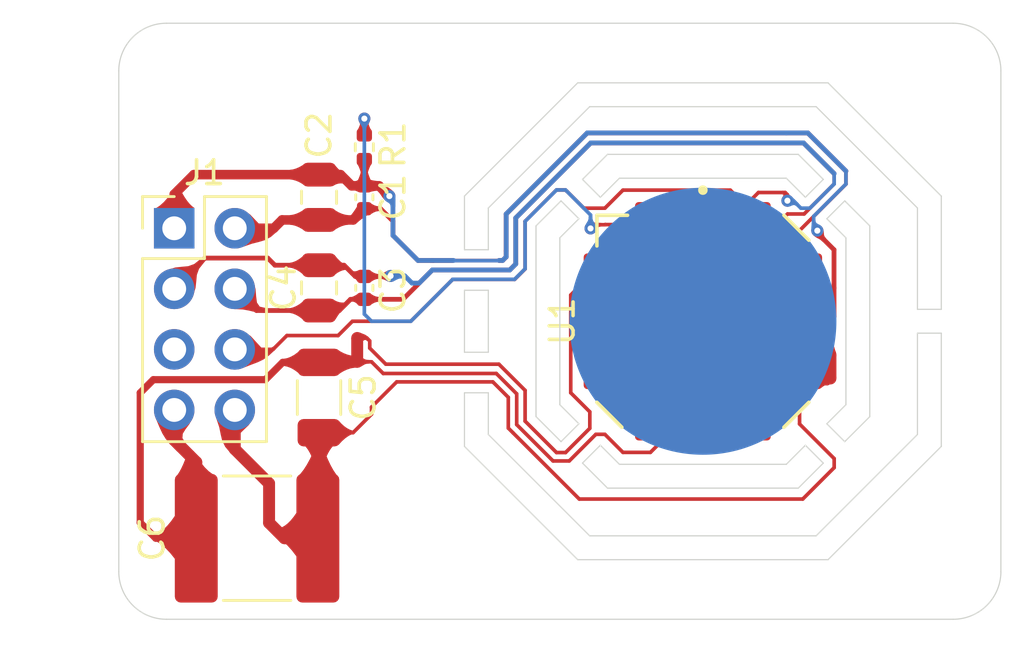
<source format=kicad_pcb>
(kicad_pcb
	(version 20240108)
	(generator "pcbnew")
	(generator_version "8.0")
	(general
		(thickness 1.62448)
		(legacy_teardrops no)
	)
	(paper "A4")
	(layers
		(0 "F.Cu" signal)
		(31 "B.Cu" signal)
		(32 "B.Adhes" user "B.Adhesive")
		(33 "F.Adhes" user "F.Adhesive")
		(34 "B.Paste" user)
		(35 "F.Paste" user)
		(36 "B.SilkS" user "B.Silkscreen")
		(37 "F.SilkS" user "F.Silkscreen")
		(38 "B.Mask" user)
		(39 "F.Mask" user)
		(40 "Dwgs.User" user "User.Drawings")
		(41 "Cmts.User" user "User.Comments")
		(42 "Eco1.User" user "User.Eco1")
		(43 "Eco2.User" user "User.Eco2")
		(44 "Edge.Cuts" user)
		(45 "Margin" user)
		(46 "B.CrtYd" user "B.Courtyard")
		(47 "F.CrtYd" user "F.Courtyard")
		(48 "B.Fab" user)
		(49 "F.Fab" user)
		(50 "User.1" user)
		(51 "User.2" user)
		(52 "User.3" user)
		(53 "User.4" user)
		(54 "User.5" user)
		(55 "User.6" user)
		(56 "User.7" user)
		(57 "User.8" user)
		(58 "User.9" user)
	)
	(setup
		(stackup
			(layer "F.SilkS"
				(type "Top Silk Screen")
				(color "White")
			)
			(layer "F.Paste"
				(type "Top Solder Paste")
			)
			(layer "F.Mask"
				(type "Top Solder Mask")
				(thickness 0.01524)
			)
			(layer "F.Cu"
				(type "copper")
				(thickness 0.035)
			)
			(layer "dielectric 1"
				(type "core")
				(thickness 1.524)
				(material "FR4")
				(epsilon_r 4.5)
				(loss_tangent 0.02)
			)
			(layer "B.Cu"
				(type "copper")
				(thickness 0.035)
			)
			(layer "B.Mask"
				(type "Bottom Solder Mask")
				(thickness 0.01524)
			)
			(layer "B.Paste"
				(type "Bottom Solder Paste")
			)
			(layer "B.SilkS"
				(type "Bottom Silk Screen")
				(color "White")
			)
			(copper_finish "ENIG")
			(dielectric_constraints no)
		)
		(pad_to_mask_clearance 0.0508)
		(allow_soldermask_bridges_in_footprints no)
		(pcbplotparams
			(layerselection 0x00010f0_ffffffff)
			(plot_on_all_layers_selection 0x0000000_00000000)
			(disableapertmacros no)
			(usegerberextensions yes)
			(usegerberattributes yes)
			(usegerberadvancedattributes yes)
			(creategerberjobfile no)
			(dashed_line_dash_ratio 12.000000)
			(dashed_line_gap_ratio 3.000000)
			(svgprecision 4)
			(plotframeref no)
			(viasonmask no)
			(mode 1)
			(useauxorigin no)
			(hpglpennumber 1)
			(hpglpenspeed 20)
			(hpglpendiameter 15.000000)
			(pdf_front_fp_property_popups yes)
			(pdf_back_fp_property_popups yes)
			(dxfpolygonmode yes)
			(dxfimperialunits yes)
			(dxfusepcbnewfont yes)
			(psnegative no)
			(psa4output no)
			(plotreference no)
			(plotvalue no)
			(plotfptext no)
			(plotinvisibletext no)
			(sketchpadsonfab no)
			(subtractmaskfromsilk yes)
			(outputformat 1)
			(mirror no)
			(drillshape 0)
			(scaleselection 1)
			(outputdirectory "./ref80-single-test")
		)
	)
	(net 0 "")
	(net 1 "GNDPWR")
	(net 2 "VDC")
	(net 3 "unconnected-(U1-NC-Pad11)")
	(net 4 "unconnected-(U1-NC-Pad6)")
	(net 5 "GND")
	(net 6 "unconnected-(U1-NC-Pad7)")
	(net 7 "VDD")
	(net 8 "VREF")
	(net 9 "GNDREF")
	(net 10 "unconnected-(U1-NC-Pad12)")
	(net 11 "OP_STBL")
	(net 12 "unconnected-(U1-NC-Pad2)")
	(net 13 "unconnected-(U1-NC-Pad8)")
	(net 14 "unconnected-(U1-NC-Pad9)")
	(net 15 "Net-(U1-REFZ_S)")
	(net 16 "unconnected-(U1-NC-Pad10)")
	(net 17 "/T_SET")
	(net 18 "unconnected-(U1-NC-Pad1)")
	(net 19 "unconnected-(J1-Pin_5-Pad5)")
	(footprint "Capacitor_SMD:C_0402_1005Metric" (layer "F.Cu") (at 10.3 11.1 90))
	(footprint "Capacitor_SMD:C_2220_5750Metric" (layer "F.Cu") (at 5.8 21.6))
	(footprint "Resistor_SMD:R_0402_1005Metric" (layer "F.Cu") (at 10.3 5.2 90))
	(footprint "Capacitor_SMD:C_0402_1005Metric" (layer "F.Cu") (at 10.3 7.3 90))
	(footprint "Capacitor_SMD:C_1206_3216Metric" (layer "F.Cu") (at 8.4 15.7 -90))
	(footprint "MountingHole:MountingHole_2.7mm_M2.5" (layer "F.Cu") (at 14 23))
	(footprint "Connector_PinHeader_2.54mm:PinHeader_2x04_P2.54mm_Vertical" (layer "F.Cu") (at 2.325 8.6))
	(footprint "MountingHole:MountingHole_2.7mm_M2.5" (layer "F.Cu") (at 35 2))
	(footprint "MountingHole:MountingHole_2.7mm_M2.5" (layer "F.Cu") (at 14 2))
	(footprint "NetTie:NetTie-2_SMD_Pad0.5mm" (layer "F.Cu") (at 10 13.7 90))
	(footprint "MountingHole:MountingHole_2.7mm_M2.5" (layer "F.Cu") (at 35 23))
	(footprint "NetTie:NetTie-2_SMD_Pad0.5mm" (layer "F.Cu") (at 29.85 14.4 -90))
	(footprint "Capacitor_SMD:C_0805_2012Metric" (layer "F.Cu") (at 8.4 7.3 90))
	(footprint "Capacitor_SMD:C_0805_2012Metric" (layer "F.Cu") (at 8.4 11.1 90))
	(footprint "my-ic:LCCC-20-NAJ" (layer "F.Cu") (at 24.5 12.5))
	(gr_circle
		(center 24.5 12.5)
		(end 30 12.5)
		(stroke
			(width 0.2)
			(type solid)
		)
		(fill solid)
		(layer "B.Cu")
		(uuid "de39c334-931c-488a-8569-c655780d195f")
	)
	(gr_arc
		(start 37 23)
		(mid 36.414214 24.414214)
		(end 35 25)
		(stroke
			(width 0.05)
			(type default)
		)
		(layer "Dwgs.User")
		(uuid "00986bf5-6652-473b-9bb8-601a27e720d1")
	)
	(gr_line
		(start 37 2)
		(end 37 23)
		(stroke
			(width 0.05)
			(type default)
		)
		(layer "Dwgs.User")
		(uuid "24d22cc3-03e7-4d4d-921e-31018bbebf6e")
	)
	(gr_line
		(start 14 20)
		(end 14 5)
		(stroke
			(width 0.05)
			(type default)
		)
		(layer "Dwgs.User")
		(uuid "47f35b8b-390a-4745-affc-7c22449ef849")
	)
	(gr_arc
		(start 14 20)
		(mid 16.12132 20.87868)
		(end 17 23)
		(stroke
			(width 0.05)
			(type default)
		)
		(layer "Dwgs.User")
		(uuid "5a654494-8128-4c8b-8ebd-3dc307045e14")
	)
	(gr_line
		(start 17 2)
		(end 32 2)
		(stroke
			(width 0.05)
			(type default)
		)
		(layer "Dwgs.User")
		(uuid "62a30f85-063c-441b-87c2-ac4fce8d8c79")
	)
	(gr_line
		(start 35 25)
		(end 14 25)
		(stroke
			(width 0.05)
			(type default)
		)
		(layer "Dwgs.User")
		(uuid "8f6dd58c-d39e-4b52-9942-e7cfa9b73888")
	)
	(gr_arc
		(start 12 2)
		(mid 12.585786 0.585786)
		(end 14 0)
		(stroke
			(width 0.05)
			(type default)
		)
		(layer "Dwgs.User")
		(uuid "96b99e8a-1324-4424-9278-5f59853b8932")
	)
	(gr_arc
		(start 35 5)
		(mid 32.87868 4.12132)
		(end 32 2)
		(stroke
			(width 0.05)
			(type default)
		)
		(layer "Dwgs.User")
		(uuid "a6e6be4d-9e2b-4f8d-ba8c-fbe2629997c8")
	)
	(gr_arc
		(start 32 23)
		(mid 32.87868 20.87868)
		(end 35 20)
		(stroke
			(width 0.05)
			(type default)
		)
		(layer "Dwgs.User")
		(uuid "c0ce6004-be11-44fd-9c09-88acb2e4027a")
	)
	(gr_line
		(start 32 23)
		(end 17 23)
		(stroke
			(width 0.05)
			(type default)
		)
		(layer "Dwgs.User")
		(uuid "c9966d9c-fe8e-4193-9e26-49fcf550366e")
	)
	(gr_arc
		(start 14 25)
		(mid 12.585786 24.414214)
		(end 12 23)
		(stroke
			(width 0.05)
			(type default)
		)
		(layer "Dwgs.User")
		(uuid "d00e729e-fe2d-4008-b01b-1aabe71d8da5")
	)
	(gr_line
		(start 14 0)
		(end 35 0)
		(stroke
			(width 0.05)
			(type default)
		)
		(layer "Dwgs.User")
		(uuid "d251cd2a-73ac-4b23-a03e-cca9a6d67a75")
	)
	(gr_arc
		(start 35 0)
		(mid 36.414214 0.585786)
		(end 37 2)
		(stroke
			(width 0.05)
			(type default)
		)
		(layer "Dwgs.User")
		(uuid "d9d84b84-ff78-4b1a-a159-f175f1eb2b40")
	)
	(gr_line
		(start 35 20)
		(end 35 5)
		(stroke
			(width 0.05)
			(type default)
		)
		(layer "Dwgs.User")
		(uuid "f60355fc-21e1-4570-a880-44e984c33114")
	)
	(gr_arc
		(start 17 2)
		(mid 16.12132 4.12132)
		(end 14 5)
		(stroke
			(width 0.05)
			(type default)
		)
		(layer "Dwgs.User")
		(uuid "f90647b9-a147-475d-8748-23e9fbbba44d")
	)
	(gr_line
		(start 12 23)
		(end 12 2)
		(stroke
			(width 0.05)
			(type default)
		)
		(layer "Dwgs.User")
		(uuid "fbb6a69e-2c33-47f1-99d0-f867a875f87a")
	)
	(gr_line
		(start 29.7 8.2)
		(end 30.5 9)
		(stroke
			(width 0.05)
			(type default)
		)
		(layer "Edge.Cuts")
		(uuid "014a9598-3ff8-4a06-bd13-e27cb111d41d")
	)
	(gr_line
		(start 18.5 9)
		(end 19.3 8.2)
		(stroke
			(width 0.05)
			(type default)
		)
		(layer "Edge.Cuts")
		(uuid "0dad2001-1d46-443e-87e8-75e81cc0db8b")
	)
	(gr_line
		(start 19.25 22.5)
		(end 29.75 22.5)
		(stroke
			(width 0.05)
			(type default)
		)
		(layer "Edge.Cuts")
		(uuid "0dd50707-7b95-4d3a-8106-3404762cdb8b")
	)
	(gr_line
		(start 28.5 5.5)
		(end 29.55 6.55)
		(stroke
			(width 0.05)
			(type default)
		)
		(layer "Edge.Cuts")
		(uuid "12fca348-2ae7-46e3-8985-64c7dc8d4bef")
	)
	(gr_line
		(start 34.5 7.25)
		(end 29.75 2.5)
		(stroke
			(width 0.05)
			(type default)
		)
		(layer "Edge.Cuts")
		(uuid "136e69bf-3c22-49ff-a168-cb1c90360f31")
	)
	(gr_line
		(start 14.5 17.75)
		(end 19.25 22.5)
		(stroke
			(width 0.05)
			(type default)
		)
		(layer "Edge.Cuts")
		(uuid "188d8d61-3c9f-4cbf-aa80-de91f7f2aa5d")
	)
	(gr_line
		(start 28.8 17.7)
		(end 28 18.5)
		(stroke
			(width 0.05)
			(type default)
		)
		(layer "Edge.Cuts")
		(uuid "1fe96189-2e24-4b21-a5b1-2eeaaf143492")
	)
	(gr_line
		(start 33.5 12)
		(end 34.5 12)
		(stroke
			(width 0.05)
			(type default)
		)
		(layer "Edge.Cuts")
		(uuid "229460b4-5701-4eef-831e-ab6acf9cc670")
	)
	(gr_line
		(start 30.45 7.45)
		(end 31.5 8.5)
		(stroke
			(width 0.05)
			(type default)
		)
		(layer "Edge.Cuts")
		(uuid "22995916-c914-453a-b109-26fd7a25a28b")
	)
	(gr_line
		(start 34.5 13)
		(end 34.5 17.75)
		(stroke
			(width 0.05)
			(type default)
		)
		(layer "Edge.Cuts")
		(uuid "24543f97-5b5a-4276-ba46-9b1527f8104b")
	)
	(gr_line
		(start 19.3 8.2)
		(end 18.55 7.45)
		(stroke
			(width 0.05)
			(type default)
		)
		(layer "Edge.Cuts")
		(uuid "25022375-effc-41c7-a3d0-995af8c29a38")
	)
	(gr_line
		(start 29.75 22.5)
		(end 34.5 17.75)
		(stroke
			(width 0.05)
			(type default)
		)
		(layer "Edge.Cuts")
		(uuid "294883e5-a0a0-46a1-81b6-4fe41371885b")
	)
	(gr_line
		(start 19.3 16.8)
		(end 18.55 17.55)
		(stroke
			(width 0.05)
			(type default)
		)
		(layer "Edge.Cuts")
		(uuid "2998880b-9c9c-42c1-80cc-3956a255afce")
	)
	(gr_line
		(start 14.5 9.5)
		(end 15.5 9.5)
		(stroke
			(width 0.05)
			(type default)
		)
		(layer "Edge.Cuts")
		(uuid "2df03100-db6a-4c1e-a052-ed483c5c7e6e")
	)
	(gr_line
		(start 29.7 16.8)
		(end 30.45 17.55)
		(stroke
			(width 0.05)
			(type default)
		)
		(layer "Edge.Cuts")
		(uuid "300c16f5-4181-4885-8d34-d154e852a45d")
	)
	(gr_line
		(start 29.55 18.45)
		(end 28.5 19.5)
		(stroke
			(width 0.05)
			(type default)
		)
		(layer "Edge.Cuts")
		(uuid "363926e8-4a17-4e66-b96a-fefd893ac6fd")
	)
	(gr_line
		(start 15.5 9.5)
		(end 15.5 7.75)
		(stroke
			(width 0.05)
			(type default)
		)
		(layer "Edge.Cuts")
		(uuid "3b58beaf-7417-4fe0-94f5-d88a56108475")
	)
	(gr_line
		(start 29.25 21.5)
		(end 19.75 21.5)
		(stroke
			(width 0.05)
			(type default)
		)
		(layer "Edge.Cuts")
		(uuid "4c0e7a93-ec6c-4fd5-b67a-d3aea522ebdf")
	)
	(gr_line
		(start 14.5 7.25)
		(end 14.5 9.5)
		(stroke
			(width 0.05)
			(type default)
		)
		(layer "Edge.Cuts")
		(uuid "4f0612bd-a637-4f4c-9637-33ed90f92996")
	)
	(gr_line
		(start 19.75 21.5)
		(end 15.5 17.25)
		(stroke
			(width 0.05)
			(type default)
		)
		(layer "Edge.Cuts")
		(uuid "5049cafe-9a7d-42c9-ab14-3fea5e8c673f")
	)
	(gr_line
		(start 15.5 17.25)
		(end 15.5 15.5)
		(stroke
			(width 0.05)
			(type default)
		)
		(layer "Edge.Cuts")
		(uuid "5180c057-031d-4968-aaa3-b0bc2e1f5074")
	)
	(gr_line
		(start 20.2 17.7)
		(end 19.45 18.45)
		(stroke
			(width 0.05)
			(type default)
		)
		(layer "Edge.Cuts")
		(uuid "5ee96aa1-69c3-4cf2-8331-099ab040aaac")
	)
	(gr_line
		(start 20.5 5.5)
		(end 28.5 5.5)
		(stroke
			(width 0.05)
			(type default)
		)
		(layer "Edge.Cuts")
		(uuid "5f34c756-890c-4117-9e69-2742f2b06717")
	)
	(gr_line
		(start 19.3 16.8)
		(end 18.5 16)
		(stroke
			(width 0.05)
			(type default)
		)
		(layer "Edge.Cuts")
		(uuid "61e89589-c98a-4b03-a924-638d93f4f14c")
	)
	(gr_line
		(start 33.5 17.25)
		(end 29.25 21.5)
		(stroke
			(width 0.05)
			(type default)
		)
		(layer "Edge.Cuts")
		(uuid "63c448e0-d930-4311-adcb-c8549d9c25a0")
	)
	(gr_line
		(start 17.5 8.5)
		(end 17.5 16.5)
		(stroke
			(width 0.05)
			(type default)
		)
		(layer "Edge.Cuts")
		(uuid "6585d4dc-810c-42d1-8d79-7e72ccad5933")
	)
	(gr_line
		(start 18.55 17.55)
		(end 17.5 16.5)
		(stroke
			(width 0.05)
			(type default)
		)
		(layer "Edge.Cuts")
		(uuid "65901556-356c-4d1c-bfeb-97964029f1ba")
	)
	(gr_line
		(start 30.5 9)
		(end 30.5 16)
		(stroke
			(width 0.05)
			(type default)
		)
		(layer "Edge.Cuts")
		(uuid "6597c917-acd8-4933-9cac-c03a41cd51cd")
	)
	(gr_line
		(start 37 2)
		(end 37 23)
		(stroke
			(width 0.05)
			(type default)
		)
		(layer "Edge.Cuts")
		(uuid "65d79669-af83-4937-9920-21abc7e41d96")
	)
	(gr_line
		(start 14.5 13.8)
		(end 15.5 13.8)
		(stroke
			(width 0.05)
			(type default)
		)
		(layer "Edge.Cuts")
		(uuid "6cc7bc8e-89de-408b-a4c2-7046c0e79c9c")
	)
	(gr_line
		(start 28.8 17.7)
		(end 29.55 18.45)
		(stroke
			(width 0.05)
			(type default)
		)
		(layer "Edge.Cuts")
		(uuid "6de1c90e-4bea-4024-8e14-253791c1cbb3")
	)
	(gr_arc
		(start 37 23)
		(mid 36.414214 24.414214)
		(end 35 25)
		(stroke
			(width 0.05)
			(type default)
		)
		(layer "Edge.Cuts")
		(uuid "720c8286-fa86-446d-907e-fac87784e166")
	)
	(gr_line
		(start 20.2 7.3)
		(end 21 6.5)
		(stroke
			(width 0.05)
			(type default)
		)
		(layer "Edge.Cuts")
		(uuid "777af420-0ea9-4795-a67f-5420b603bc2a")
	)
	(gr_line
		(start 34.5 7.25)
		(end 34.5 12)
		(stroke
			(width 0.05)
			(type default)
		)
		(layer "Edge.Cuts")
		(uuid "77b75687-42f7-4477-b762-b500d469f27a")
	)
	(gr_line
		(start 2 0)
		(end 35 0)
		(stroke
			(width 0.05)
			(type default)
		)
		(layer "Edge.Cuts")
		(uuid "797e4e4d-4e50-43cf-b787-d1843e6653bd")
	)
	(gr_line
		(start 19.75 3.5)
		(end 29.25 3.5)
		(stroke
			(width 0.05)
			(type default)
		)
		(layer "Edge.Cuts")
		(uuid "817f1c79-92a3-47da-83cd-172abafaa84e")
	)
	(gr_line
		(start 21 6.5)
		(end 28 6.5)
		(stroke
			(width 0.05)
			(type default)
		)
		(layer "Edge.Cuts")
		(uuid "8234e50a-0c41-49f0-a4a8-b96b129486bc")
	)
	(gr_line
		(start 15.5 7.75)
		(end 19.75 3.5)
		(stroke
			(width 0.05)
			(type default)
		)
		(layer "Edge.Cuts")
		(uuid "85232c7f-6354-4ca4-b75c-3bbff6597ec3")
	)
	(gr_line
		(start 33.5 7.75)
		(end 33.5 12)
		(stroke
			(width 0.05)
			(type default)
		)
		(layer "Edge.Cuts")
		(uuid "87da4848-3f7e-4ab4-8a96-981e955deeae")
	)
	(gr_line
		(start 35 25)
		(end 2 25)
		(stroke
			(width 0.05)
			(type default)
		)
		(layer "Edge.Cuts")
		(uuid "8d20e5fc-3060-4bc7-8133-65e62ded943b")
	)
	(gr_arc
		(start 2 25)
		(mid 0.585786 24.414214)
		(end 0 23)
		(stroke
			(width 0.05)
			(type default)
		)
		(layer "Edge.Cuts")
		(uuid "8f56d5c7-f84a-4f4a-8ac3-dffea919e914")
	)
	(gr_line
		(start 18.5 16)
		(end 18.5 9)
		(stroke
			(width 0.05)
			(type default)
		)
		(layer "Edge.Cuts")
		(uuid "929235c7-2c87-4e68-9413-16307fa74a59")
	)
	(gr_line
		(start 29.7 8.2)
		(end 30.45 7.45)
		(stroke
			(width 0.05)
			(type default)
		)
		(layer "Edge.Cuts")
		(uuid "9b59be15-9a62-4182-8abf-32c62662f125")
	)
	(gr_line
		(start 15.5 13.8)
		(end 15.5 11.2)
		(stroke
			(width 0.05)
			(type default)
		)
		(layer "Edge.Cuts")
		(uuid "9e9b1bed-0a95-44c0-b375-22442a274055")
	)
	(gr_line
		(start 19.25 2.5)
		(end 14.5 7.25)
		(stroke
			(width 0.05)
			(type default)
		)
		(layer "Edge.Cuts")
		(uuid "9ed34651-e5da-4a2a-9bb5-ac4b1c26a32d")
	)
	(gr_line
		(start 30.5 16)
		(end 29.7 16.8)
		(stroke
			(width 0.05)
			(type default)
		)
		(layer "Edge.Cuts")
		(uuid "a66e9daf-3b7c-4d18-a86d-5679e9907b0d")
	)
	(gr_line
		(start 21 18.5)
		(end 20.2 17.7)
		(stroke
			(width 0.05)
			(type default)
		)
		(layer "Edge.Cuts")
		(uuid "ad86a386-87df-4f15-a97c-b1753749f21e")
	)
	(gr_line
		(start 29.25 3.5)
		(end 33.5 7.75)
		(stroke
			(width 0.05)
			(type default)
		)
		(layer "Edge.Cuts")
		(uuid "b1189471-9578-477c-a1c5-0561278ca1ce")
	)
	(gr_line
		(start 14.5 15.5)
		(end 14.5 17.75)
		(stroke
			(width 0.05)
			(type default)
		)
		(layer "Edge.Cuts")
		(uuid "b16fe7b1-bf80-45ac-b710-6deb5decad0c")
	)
	(gr_line
		(start 31.5 16.5)
		(end 31.5 8.5)
		(stroke
			(width 0.05)
			(type default)
		)
		(layer "Edge.Cuts")
		(uuid "b420abcc-f7d3-40ae-a244-75345a89532e")
	)
	(gr_line
		(start 15.5 11.2)
		(end 14.5 11.2)
		(stroke
			(width 0.05)
			(type default)
		)
		(layer "Edge.Cuts")
		(uuid "b90b78c6-9fd6-46bd-8abf-b0945046ded1")
	)
	(gr_line
		(start 15.5 15.5)
		(end 14.5 15.5)
		(stroke
			(width 0.05)
			(type default)
		)
		(layer "Edge.Cuts")
		(uuid "b90cd875-7822-4a5e-b1ec-5760998c7332")
	)
	(gr_line
		(start 20.5 19.5)
		(end 28.5 19.5)
		(stroke
			(width 0.05)
			(type default)
		)
		(layer "Edge.Cuts")
		(uuid "bc9b473b-93b2-41e0-ac28-00df5f36cdb0")
	)
	(gr_line
		(start 14.5 11.2)
		(end 14.5 13.8)
		(stroke
			(width 0.05)
			(type default)
		)
		(layer "Edge.Cuts")
		(uuid "cbfc926a-cbdb-49ce-9771-1b28057bd4a7")
	)
	(gr_line
		(start 33.5 13)
		(end 34.5 13)
		(stroke
			(width 0.05)
			(type default)
		)
		(layer "Edge.Cuts")
		(uuid "ced00b9d-f114-480c-851c-e04177d8c3b4")
	)
	(gr_arc
		(start 0 2)
		(mid 0.585786 0.585786)
		(end 2 0)
		(stroke
			(width 0.05)
			(type default)
		)
		(layer "Edge.Cuts")
		(uuid "d767b4cb-b5f8-4fd1-940b-c7f148cae3e0")
	)
	(gr_line
		(start 31.5 16.5)
		(end 30.45 17.55)
		(stroke
			(width 0.05)
			(type default)
		)
		(layer "Edge.Cuts")
		(uuid "db850771-61fa-4c6e-8ac3-1f5bba1c0837")
	)
	(gr_line
		(start 28 6.5)
		(end 28.8 7.3)
		(stroke
			(width 0.05)
			(type default)
		)
		(layer "Edge.Cuts")
		(uuid "db85832c-452c-46ec-a54a-6d1fe442efdb")
	)
	(gr_line
		(start 19.45 6.55)
		(end 20.5 5.5)
		(stroke
			(width 0.05)
			(type default)
		)
		(layer "Edge.Cuts")
		(uuid "dfc3b1a5-990f-4a75-87cc-b5bd9a1d9de8")
	)
	(gr_line
		(start 28 18.5)
		(end 21 18.5)
		(stroke
			(width 0.05)
			(type default)
		)
		(layer "Edge.Cuts")
		(uuid "e4154551-3ee6-4eb3-8ce4-f89427f62d54")
	)
	(gr_line
		(start 29.75 2.5)
		(end 19.25 2.5)
		(stroke
			(width 0.05)
			(type default)
		)
		(layer "Edge.Cuts")
		(uuid "e5d43520-b0a1-4329-a01c-d79597a8d763")
	)
	(gr_line
		(start 28.8 7.3)
		(end 29.55 6.55)
		(stroke
			(width 0.05)
			(type default)
		)
		(layer "Edge.Cuts")
		(uuid "e7c33319-7085-496e-9727-576ffb80cc87")
	)
	(gr_arc
		(start 35 0)
		(mid 36.414214 0.585786)
		(end 37 2)
		(stroke
			(width 0.05)
			(type default)
		)
		(layer "Edge.Cuts")
		(uuid "ee62e216-de4d-4c4c-aa62-f0a673c37f07")
	)
	(gr_line
		(start 20.5 19.5)
		(end 19.45 18.45)
		(stroke
			(width 0.05)
			(type default)
		)
		(layer "Edge.Cuts")
		(uuid "f3509fe0-9f18-4d8c-a6cc-e3c15b482c61")
	)
	(gr_line
		(start 20.2 7.3)
		(end 19.45 6.55)
		(stroke
			(width 0.05)
			(type default)
		)
		(layer "Edge.Cuts")
		(uuid "f5537971-acc3-4ade-81f0-747ba39495eb")
	)
	(gr_line
		(start 0 23)
		(end 0 2)
		(stroke
			(width 0.05)
			(type default)
		)
		(layer "Edge.Cuts")
		(uuid "f6b59479-941c-49aa-843d-a334b6357976")
	)
	(gr_line
		(start 33.5 17.25)
		(end 33.5 13)
		(stroke
			(width 0.05)
			(type default)
		)
		(layer "Edge.Cuts")
		(uuid "f9a71cca-bdd0-4852-b63c-d81125d396a0")
	)
	(gr_line
		(start 17.5 8.5)
		(end 18.55 7.45)
		(stroke
			(width 0.05)
			(type default)
		)
		(layer "Edge.Cuts")
		(uuid "fe7c7a74-9085-4733-a6d5-efc06abb470d")
	)
	(segment
		(start 10.3 5.71)
		(end 10.3 6.82)
		(width 0.3)
		(layer "F.Cu")
		(net 1)
		(uuid "01b7d91a-8515-4bd8-be65-ad1e4d18b4c6")
	)
	(segment
		(start 29.8 12.5)
		(end 30 12.3)
		(width 0.2)
		(layer "F.Cu")
		(net 1)
		(uuid "0415dadf-5c17-4351-87e5-23968d39514b")
	)
	(segment
		(start 3.15 6.35)
		(end 8.4 6.35)
		(width 0.4)
		(layer "F.Cu")
		(net 1)
		(uuid "0424d5ba-029a-47c8-989d-7b90c33e04bc")
	)
	(segment
		(start 10.3 6.82)
		(end 10.92 6.82)
		(width 0.4)
		(layer "F.Cu")
		(net 1)
		(uuid "09c780f6-638d-4c61-bc31-889788d9bbb8")
	)
	(segment
		(start 8.4 6.35)
		(end 9.3 6.35)
		(width 0.4)
		(layer "F.Cu")
		(net 1)
		(uuid "310b0cbe-0c13-4ba5-bab0-74bf6919d0a5")
	)
	(segment
		(start 9.3 6.35)
		(end 9.77 6.82)
		(width 0.4)
		(layer "F.Cu")
		(net 1)
		(uuid "5c169d55-a8f1-4ead-98dc-16808740404e")
	)
	(segment
		(start 28.555 11.23)
		(end 29.87 11.23)
		(width 0.2)
		(layer "F.Cu")
		(net 1)
		(uuid "744e0cf7-a0bb-416f-a6b5-cbfb2bc6db5b")
	)
	(segment
		(start 9.77 6.82)
		(end 10.3 6.82)
		(width 0.4)
		(layer "F.Cu")
		(net 1)
		(uuid "7b34b494-68b9-4e57-bab0-19babc6b13eb")
	)
	(segment
		(start 29.4 8.9)
		(end 29.3 8.8)
		(width 0.2)
		(layer "F.Cu")
		(net 1)
		(uuid "8f1db63c-f73d-4967-8abd-a39d52e22b67")
	)
	(segment
		(start 30 12.3)
		(end 30 11.1)
		(width 0.2)
		(layer "F.Cu")
		(net 1)
		(uuid "9998ab2e-0e44-4ac0-9389-b900a0f51aa7")
	)
	(segment
		(start 2.325 7.175)
		(end 3.15 6.35)
		(width 0.4)
		(layer "F.Cu")
		(net 1)
		(uuid "a3e5d5e0-49dc-4687-83c1-2241dbe86b6a")
	)
	(segment
		(start 2.325 8.6)
		(end 2.325 7.175)
		(width 0.4)
		(layer "F.Cu")
		(net 1)
		(uuid "a9254dee-ee72-4d37-b5be-cbcd9388403d")
	)
	(segment
		(start 10.92 6.82)
		(end 11.35 7.25)
		(width 0.4)
		(layer "F.Cu")
		(net 1)
		(uuid "b4d8c133-a411-47f8-ae8b-270a44ba2405")
	)
	(segment
		(start 29.87 11.23)
		(end 30 11.1)
		(width 0.2)
		(layer "F.Cu")
		(net 1)
		(uuid "b4f56d63-6d2f-4eb2-bd0f-9af99afd8fca")
	)
	(segment
		(start 30 9.5)
		(end 29.4 8.9)
		(width 0.2)
		(layer "F.Cu")
		(net 1)
		(uuid "d457d3f4-470e-4c4a-a3d9-255a6e653ac5")
	)
	(segment
		(start 30 11.1)
		(end 30 9.5)
		(width 0.2)
		(layer "F.Cu")
		(net 1)
		(uuid "e273fcd5-4e47-44df-abae-d92ee3ff6e07")
	)
	(segment
		(start 28.555 12.5)
		(end 29.8 12.5)
		(width 0.2)
		(layer "F.Cu")
		(net 1)
		(uuid "e60081e4-799f-427c-803e-e4a0696f8baf")
	)
	(segment
		(start 29.3 8.8)
		(end 29.3 8.7)
		(width 0.2)
		(layer "F.Cu")
		(net 1)
		(uuid "fb47f812-c2a5-4864-911a-77dfcf10699b")
	)
	(via
		(at 11.35 7.25)
		(size 0.508)
		(drill 0.254)
		(layers "F.Cu" "B.Cu")
		(teardrops
			(best_length_ratio 0.5)
			(max_length 1)
			(best_width_ratio 1)
			(max_width 2)
			(curve_points 5)
			(filter_ratio 0.9)
			(enabled yes)
			(allow_two_segments yes)
			(prefer_zone_connections yes)
		)
		(net 1)
		(uuid "7a520546-c035-405a-90b1-abfcd36cb7eb")
	)
	(via
		(at 29.3 8.7)
		(size 0.508)
		(drill 0.254)
		(layers "F.Cu" "B.Cu")
		(teardrops
			(best_length_ratio 0.5)
			(max_length 1)
			(best_width_ratio 1)
			(max_width 2)
			(curve_points 5)
			(filter_ratio 0.9)
			(enabled yes)
			(allow_two_segments yes)
			(prefer_zone_connections yes)
		)
		(net 1)
		(uuid "86cb4418-b7c0-4482-bd8a-28c9d02ef140")
	)
	(segment
		(start 15.95 9.95)
		(end 15.9428 9.9572)
		(width 0.1524)
		(layer "B.Cu")
		(net 1)
		(uuid "2163befc-d564-495d-8620-a5dd8b4d7c75")
	)
	(segment
		(start 19.65 4.6)
		(end 16.25 8)
		(width 0.2)
		(layer "B.Cu")
		(net 1)
		(uuid "2f64b811-6525-4960-b41c-f48608ae5d49")
	)
	(segment
		(start 12.55 9.95)
		(end 11.5 8.9)
		(width 0.2)
		(layer "B.Cu")
		(net 1)
		(uuid "34befe78-f8b9-49ab-83ea-a971a9d1c1ee")
	)
	(segment
		(start 30.5 6.2)
		(end 28.9 4.6)
		(width 0.2)
		(layer "B.Cu")
		(net 1)
		(uuid "3822c5b2-c470-4059-874a-b3c846408e3f")
	)
	(segment
		(start 28 4.6)
		(end 19.65 4.6)
		(width 0.2)
		(layer "B.Cu")
		(net 1)
		(uuid "3dc692e6-7b2e-463c-ba60-4a443e57a761")
	)
	(segment
		(start 11.5 7.4)
		(end 11.35 7.25)
		(width 0.2)
		(layer "B.Cu")
		(net 1)
		(uuid "41146a53-8b6d-43de-bfb4-359999f84e9e")
	)
	(segment
		(start 15.9428 9.9572)
		(end 14.0572 9.9572)
		(width 0.1524)
		(layer "B.Cu")
		(net 1)
		(uuid "4b48ec97-6573-475a-9076-2bd89efbf267")
	)
	(segment
		(start 14.05 9.95)
		(end 12.55 9.95)
		(width 0.2)
		(layer "B.Cu")
		(net 1)
		(uuid "52e22e55-3678-42f7-8eb2-68af3395aaab")
	)
	(segment
		(start 29.3 8.7)
		(end 29.145207 8.545207)
		(width 0.1524)
		(layer "B.Cu")
		(net 1)
		(uuid "566f3a12-aa78-4b96-a644-55b0860f73f2")
	)
	(segment
		(start 30.5 6.744946)
		(end 30.5 6.2)
		(width 0.1524)
		(layer "B.Cu")
		(net 1)
		(uuid "5a90ca27-76a2-4023-948f-c2dcb7155645")
	)
	(segment
		(start 16.25 9.8)
		(end 16.1 9.95)
		(width 0.2)
		(layer "B.Cu")
		(net 1)
		(uuid "60d2a024-1949-4cac-b77f-0b5b01c04168")
	)
	(segment
		(start 16.1 9.95)
		(end 15.95 9.95)
		(width 0.2)
		(layer "B.Cu")
		(net 1)
		(uuid "78db8a93-361a-4e1b-a88c-e04a4e93ecf1")
	)
	(segment
		(start 29.145207 8.099739)
		(end 30.5 6.744946)
		(width 0.1524)
		(layer "B.Cu")
		(net 1)
		(uuid "9b36172d-c274-4ffe-be71-d60120545490")
	)
	(segment
		(start 11.5 8.9)
		(end 11.5 7.4)
		(width 0.2)
		(layer "B.Cu")
		(net 1)
		(uuid "bab0a2a4-0685-49ba-96f1-60d3bad6b902")
	)
	(segment
		(start 29.145207 8.545207)
		(end 29.145207 8.099739)
		(width 0.1524)
		(layer "B.Cu")
		(net 1)
		(uuid "bb2c1c27-d80f-4e58-afa9-183bdaa455ad")
	)
	(segment
		(start 14.0572 9.9572)
		(end 14.05 9.95)
		(width 0.1524)
		(layer "B.Cu")
		(net 1)
		(uuid "cb534bcb-69aa-4f7f-a87e-74b4085c4e1b")
	)
	(segment
		(start 28.9 4.6)
		(end 28 4.6)
		(width 0.2)
		(layer "B.Cu")
		(net 1)
		(uuid "d36870da-e411-4d03-bd61-1a9f94191638")
	)
	(segment
		(start 16.25 8)
		(end 16.25 9.8)
		(width 0.2)
		(layer "B.Cu")
		(net 1)
		(uuid "fa3ee0e1-80bf-4676-b3f6-35479c5814a5")
	)
	(segment
		(start 12.55 9.95)
		(end 13.2 9.95)
		(width 0.2)
		(layer "F.Cu")
		(net 2)
		(uuid "10fa4fd2-2e93-4e6d-9d7e-ba8c3e246032")
	)
	(segment
		(start 14.0072 9.9572)
		(end 14 9.95)
		(width 0.1524)
		(layer "F.Cu")
		(net 2)
		(uuid "1ddb19d1-e93c-4065-97ca-09f45d5b5f22")
	)
	(segment
		(start 6.85 8.25)
		(end 8.4 8.25)
		(width 0.4)
		(layer "F.Cu")
		(net 2)
		(uuid "1f9ecfd4-1129-4d5e-ac1c-ebc5e91d411b")
	)
	(segment
		(start 11.5 8.9)
		(end 12.55 9.95)
		(width 0.2)
		(layer "F.Cu")
		(net 2)
		(uuid "24a1f70a-237f-445a-9268-464e3fd07732")
	)
	(segment
		(start 11.5 8.3)
		(end 11.5 8.9)
		(width 0.2)
		(layer "F.Cu")
		(net 2)
		(uuid "270c20d2-633a-409c-8e8b-40d16eca5d96")
	)
	(segment
		(start 19.650839 4.6)
		(end 16.25 8.000839)
		(width 0.2)
		(layer "F.Cu")
		(net 2)
		(uuid "2b3bcefd-a69d-417e-bd05-68aa27dfbbca")
	)
	(segment
		(start 10.98 7.78)
		(end 11.5 8.3)
		(width 0.2)
		(layer "F.Cu")
		(net 2)
		(uuid "3a02b9e2-8b13-466e-92d8-f4a759c6d409")
	)
	(segment
		(start 6.5 8.6)
		(end 6.85 8.25)
		(width 0.4)
		(layer "F.Cu")
		(net 2)
		(uuid "4da0c8ef-f37a-4a88-abd1-9b9b88b6173a")
	)
	(segment
		(start 8.4 8.25)
		(end 9.83 8.25)
		(width 0.4)
		(layer "F.Cu")
		(net 2)
		(uuid "4f76de18-524a-4b46-9a6f-37d59a943708")
	)
	(segment
		(start 4.865 8.6)
		(end 6.5 8.6)
		(width 0.4)
		(layer "F.Cu")
		(net 2)
		(uuid "5dc194ca-056b-420c-a011-2fa6a288f2d0")
	)
	(segment
		(start 28 4.6)
		(end 19.650839 4.6)
		(width 0.2)
		(layer "F.Cu")
		(net 2)
		(uuid "637b7099-df67-4356-84b6-10055672335d")
	)
	(segment
		(start 28.555 8.695183)
		(end 30.5 6.750183)
		(width 0.1524)
		(layer "F.Cu")
		(net 2)
		(uuid "6eb79860-db24-47e3-8f22-2bde9f6d9011")
	)
	(segment
		(start 16.25 9.55)
		(end 16.25 9.8)
		(width 0.2)
		(layer "F.Cu")
		(net 2)
		(uuid "80266c1c-7173-4505-8368-8ca9db45a4d7")
	)
	(segment
		(start 16.1 9.95)
		(end 15.95 9.95)
		(width 0.2)
		(layer "F.Cu")
		(net 2)
		(uuid "8278f0d1-4a55-4297-9593-f9c1d43faf48")
	)
	(segment
		(start 28.9 4.6)
		(end 28 4.6)
		(width 0.2)
		(layer "F.Cu")
		(net 2)
		(uuid "902ce789-cd64-4695-a7b4-300106ab8d73")
	)
	(segment
		(start 13.2 9.95)
		(end 13.1 9.95)
		(width 0.2)
		(layer "F.Cu")
		(net 2)
		(uuid "a51251ed-5613-422b-b8ca-04155819ebbe")
	)
	(segment
		(start 14 9.95)
		(end 13.2 9.95)
		(width 0.2)
		(layer "F.Cu")
		(net 2)
		(uuid "aaeec34b-eb2e-4133-8c2a-ad0bb29188e5")
	)
	(segment
		(start 30.5 6.750183)
		(end 30.5 6.2)
		(width 0.1524)
		(layer "F.Cu")
		(net 2)
		(uuid "b6647023-c56c-4aaa-b5f1-763f59e93400")
	)
	(segment
		(start 10.3 7.78)
		(end 10.98 7.78)
		(width 0.2)
		(layer "F.Cu")
		(net 2)
		(uuid "ba3fc0d4-a066-4378-ab8c-7a45d769fb96")
	)
	(segment
		(start 9.83 8.25)
		(end 10.3 7.78)
		(width 0.4)
		(layer "F.Cu")
		(net 2)
		(uuid "c2707ff9-b34a-4910-89af-838dc032c5aa")
	)
	(segment
		(start 28.555 9.96)
		(end 28.555 8.695183)
		(width 0.1524)
		(layer "F.Cu")
		(net 2)
		(uuid "c45bf5be-55ce-4188-bbb4-ba553ac8fdc7")
	)
	(segment
		(start 30.5 6.2)
		(end 28.9 4.6)
		(width 0.2)
		(layer "F.Cu")
		(net 2)
		(uuid "c6f0d647-8db9-408a-80fe-3d358b7c78c6")
	)
	(segment
		(start 16.25 9.8)
		(end 16.1 9.95)
		(width 0.2)
		(layer "F.Cu")
		(net 2)
		(uuid "cb228c8a-854f-41c7-83b0-ecc64016df1a")
	)
	(segment
		(start 15.9428 9.9572)
		(end 14.0072 9.9572)
		(width 0.1524)
		(layer "F.Cu")
		(net 2)
		(uuid "d0b85612-ff5c-4b42-9b87-3ed974f3fe9b")
	)
	(segment
		(start 15.95 9.95)
		(end 15.9428 9.9572)
		(width 0.1524)
		(layer "F.Cu")
		(net 2)
		(uuid "dc3f4b4b-4c96-47f6-ab2f-01d73f5fcf8b")
	)
	(segment
		(start 16.25 8.000839)
		(end 16.25 9.55)
		(width 0.2)
		(layer "F.Cu")
		(net 2)
		(uuid "e8564a5b-a8ea-4a2b-91a3-ffb0fab09936")
	)
	(segment
		(start 10.3 10.62)
		(end 11.38 10.62)
		(width 0.2)
		(layer "F.Cu")
		(net 5)
		(uuid "02e1516a-73c5-421e-94bf-69e68502eb02")
	)
	(segment
		(start 27.04 14.06)
		(end 27.33 13.77)
		(width 0.3)
		(layer "F.Cu")
		(net 5)
		(uuid "0b16a948-a5b2-41d4-b83b-37f0f74b3433")
	)
	(segment
		(start 28.555 13.77)
		(end 29.72 13.77)
		(width 0.3)
		(layer "F.Cu")
		(net 5)
		(uuid "14825961-a259-4d45-a03b-27d891ca8858")
	)
	(segment
		(start 2.325 11.14)
		(end 3.615 9.85)
		(width 0.2)
		(layer "F.Cu")
		(net 5)
		(uuid "23e22684-8b80-4f2e-a7e2-c783168b658f")
	)
	(segment
		(start 27.953422 7.1)
		(end 26.8295 7.1)
		(width 0.1524)
		(layer "F.Cu")
		(net 5)
		(uuid "29054e9a-907b-49bc-a913-370d6ed9f699")
	)
	(segment
		(start 6.55 10.15)
		(end 8.4 10.15)
		(width 0.2)
		(layer "F.Cu")
		(net 5)
		(uuid "363fb8e6-df91-40c5-8631-2753cacc3b0a")
	)
	(segment
		(start 9.45 10.15)
		(end 9.92 10.62)
		(width 0.2)
		(layer "F.Cu")
		(net 5)
		(uuid "4017e5db-9b3c-4e98-a406-8baee42febbc")
	)
	(segment
		(start 29.525 13.125)
		(end 29.85 13.45)
		(width 0.1524)
		(layer "F.Cu")
		(net 5)
		(uuid "50bbd9d0-fb11-4418-bd8c-713c684d4a62")
	)
	(segment
		(start 28.555 13.77)
		(end 27.37 13.77)
		(width 0.1524)
		(layer "F.Cu")
		(net 5)
		(uuid "65009dbb-a18e-452c-b048-c3bdfa5ebe41")
	)
	(segment
		(start 27.953422 7.1)
		(end 28.045563 7.192141)
		(width 0.1524)
		(layer "F.Cu")
		(net 5)
		(uuid "6597dbcf-a769-40f4-ac28-ab626b5b59a6")
	)
	(segment
		(start 9.92 10.62)
		(end 10.3 10.62)
		(width 0.2)
		(layer "F.Cu")
		(net 5)
		(uuid "69c24766-16be-478b-922a-9a722c4ce256")
	)
	(segment
		(start 6.25 9.85)
		(end 6.55 10.15)
		(width 0.2)
		(layer "F.Cu")
		(net 5)
		(uuid "6aa5469a-e499-453d-9912-12244774a9da")
	)
	(segment
		(start 26.8295 7.1)
		(end 26.4588 7.4707)
		(width 0.1524)
		(layer "F.Cu")
		(net 5)
		(uuid "75edaf6d-f94d-408f-9c60-47bfcbd149e3")
	)
	(segment
		(start 29.72 13.77)
		(end 29.85 13.9)
		(width 0.3)
		(layer "F.Cu")
		(net 5)
		(uuid "7cd4bdea-fe46-4f40-9ae5-3f6c35ff2b73")
	)
	(segment
		(start 26.725 13.125)
		(end 29.525 13.125)
		(width 0.1524)
		(layer "F.Cu")
		(net 5)
		(uuid "8c1ddb34-1a3f-471d-85dd-126a5ea834a1")
	)
	(segment
		(start 26.4588 7.4707)
		(end 26.4588 12.8588)
		(width 0.1524)
		(layer "F.Cu")
		(net 5)
		(uuid "98da482d-27a2-41e7-bee1-cd3423603e7b")
	)
	(segment
		(start 26.4588 12.8588)
		(end 26.725 13.125)
		(width 0.1524)
		(layer "F.Cu")
		(net 5)
		(uuid "aad43fc2-9fb7-4047-81e7-70825bc7c32d")
	)
	(segment
		(start 28.045563 7.192141)
		(end 28.045563 7.443589)
		(width 0.1524)
		(layer "F.Cu")
		(net 5)
		(uuid "b0e9bff2-f81a-4f32-b961-580afc1d850c")
	)
	(segment
		(start 27.33 13.77)
		(end 28.555 13.77)
		(width 0.3)
		(layer "F.Cu")
		(net 5)
		(uuid "c5c26ad6-b7c6-449c-a9c3-077a3ce4ddbf")
	)
	(segment
		(start 8.4 10.15)
		(end 9.45 10.15)
		(width 0.2)
		(layer "F.Cu")
		(net 5)
		(uuid "cb3af170-c808-4ded-8e05-c67fe6709127")
	)
	(segment
		(start 27.04 16.555)
		(end 27.04 14.06)
		(width 0.3)
		(layer "F.Cu")
		(net 5)
		(uuid "dd3df2f0-ac65-4441-81b9-addb3e2f25b3")
	)
	(segment
		(start 11.38 10.62)
		(end 11.4 10.6)
		(width 0.2)
		(layer "F.Cu")
		(net 5)
		(uuid "e24d3933-30d7-433f-80e8-7b30d9fadd18")
	)
	(segment
		(start 3.615 9.85)
		(end 6.25 9.85)
		(width 0.2)
		(layer "F.Cu")
		(net 5)
		(uuid "ef37096c-1330-4447-a7cb-b854a1bdb68f")
	)
	(segment
		(start 29.85 13.45)
		(end 29.85 13.9)
		(width 0.1524)
		(layer "F.Cu")
		(net 5)
		(uuid "ff1a4cfd-e6c4-46fb-b001-78396575fe57")
	)
	(via
		(at 28.045563 7.443589)
		(size 0.508)
		(drill 0.254)
		(layers "F.Cu" "B.Cu")
		(teardrops
			(best_length_ratio 0.5)
			(max_length 1)
			(best_width_ratio 1)
			(max_width 2)
			(curve_points 5)
			(filter_ratio 0.9)
			(enabled yes)
			(allow_two_segments yes)
			(prefer_zone_connections yes)
		)
		(net 5)
		(uuid "5055845d-c350-4c88-9114-b8141e508c5a")
	)
	(via
		(at 11.4 10.6)
		(size 0.508)
		(drill 0.254)
		(layers "F.Cu" "B.Cu")
		(teardrops
			(best_length_ratio 0.5)
			(max_length 1)
			(best_width_ratio 1)
			(max_width 2)
			(curve_points 5)
			(filter_ratio 0.9)
			(enabled yes)
			(allow_two_segments yes)
			(prefer_zone_connections yes)
		)
		(net 5)
		(uuid "646e13bb-2c57-4183-83c8-ed0796c0cdd5")
	)
	(segment
		(start 16.65 10.1)
		(end 16.4 10.35)
		(width 0.2)
		(layer "B.Cu")
		(net 5)
		(uuid "019e55c4-2164-498e-9be3-ebbe4c0f5671")
	)
	(segment
		(start 12.3 10.9)
		(end 12 10.6)
		(width 0.2)
		(layer "B.Cu")
		(net 5)
		(uuid "03a977dc-06c3-4209-b0b7-72567225b2f8")
	)
	(segment
		(start 16.65 8.166525)
		(end 16.65 10.1)
		(width 0.2)
		(layer "B.Cu")
		(net 5)
		(uuid "0599b1ed-4aec-44bd-a5c9-f8334b21b463")
	)
	(segment
		(start 28.719 5.019)
		(end 19.797525 5.019)
		(width 0.2)
		(layer "B.Cu")
		(net 5)
		(uuid "0855a0cd-54a5-4917-888b-67b35590d463")
	)
	(segment
		(start 28.989379 7.757199)
		(end 29.973289 6.773289)
		(width 0.1524)
		(layer "B.Cu")
		(net 5)
		(uuid "19897e39-7fe0-4a8b-8eec-5e2d9468bfa5")
	)
	(segment
		(start 30.007199 6.307199)
		(end 28.719 5.019)
		(width 0.2)
		(layer "B.Cu")
		(net 5)
		(uuid "1acdac49-f54d-4cc1-81bf-76ec6ffcf3a1")
	)
	(segment
		(start 16.4 10.35)
		(end 13.15 10.35)
		(width 0.2)
		(layer "B.Cu")
		(net 5)
		(uuid "237569f9-f3a2-458e-8947-3d8a776985ae")
	)
	(segment
		(start 28.045563 7.443589)
		(end 28.297011 7.443589)
		(width 0.1524)
		(layer "B.Cu")
		(net 5)
		(uuid "36f82680-7cdd-4613-a4ca-cd6bce2dccad")
	)
	(segment
		(start 28.297011 7.443589)
		(end 28.426711 7.573289)
		(width 0.1524)
		(layer "B.Cu")
		(net 5)
		(uuid "380dd4ca-55c3-4509-95e2-489c4a3574f2")
	)
	(segment
		(start 28.610621 7.757199)
		(end 28.989379 7.757199)
		(width 0.1524)
		(layer "B.Cu")
		(net 5)
		(uuid "39ace60f-7aaa-4ed8-b86a-752e0329873d")
	)
	(segment
		(start 28.426711 7.573289)
		(end 28.610621 7.757199)
		(width 0.1524)
		(layer "B.Cu")
		(net 5)
		(uuid "5df42ded-10e8-4964-8d2b-0251ba90eb6c")
	)
	(segment
		(start 29.973289 6.773289)
		(end 30.007199 6.739379)
		(width 0.1524)
		(layer "B.Cu")
		(net 5)
		(uuid "68319217-504b-4021-aaa9-02b3c5ea3f36")
	)
	(segment
		(start 12.6 10.9)
		(end 12.3 10.9)
		(width 0.2)
		(layer "B.Cu")
		(net 5)
		(uuid "7a64c80b-b659-416d-92fc-251d4c078784")
	)
	(segment
		(start 19.797525 5.019)
		(end 16.65 8.166525)
		(width 0.2)
		(layer "B.Cu")
		(net 5)
		(uuid "81125c9b-3ef4-4d53-94e5-f6498d6b6e16")
	)
	(segment
		(start 30.007199 6.739379)
		(end 30.007199 6.307199)
		(width 0.1524)
		(layer "B.Cu")
		(net 5)
		(uuid "b9b7ec28-6ed9-4caa-913f-5c5ca98b10d8")
	)
	(segment
		(start 13.15 10.35)
		(end 12.6 10.9)
		(width 0.2)
		(layer "B.Cu")
		(net 5)
		(uuid "bb17cbbd-03e4-4ae5-8114-63b7ed732e57")
	)
	(segment
		(start 12 10.6)
		(end 11.4 10.6)
		(width 0.2)
		(layer "B.Cu")
		(net 5)
		(uuid "c5393455-2569-4955-9cea-daecae3bdf2e")
	)
	(segment
		(start 28.746578 8)
		(end 30.007199 6.739379)
		(width 0.1524)
		(layer "F.Cu")
		(net 7)
		(uuid "0012661f-fd8a-412d-8bab-021f7eaa90b7")
	)
	(segment
		(start 9.25 12.05)
		(end 9.72 11.58)
		(width 0.2)
		(layer "F.Cu")
		(net 7)
		(uuid "15378ff0-f4e7-4c2f-a7d4-1ec33c2228c9")
	)
	(segment
		(start 8.4 12.05)
		(end 5.775 12.05)
		(width 0.2)
		(layer "F.Cu")
		(net 7)
		(uuid "29d5facc-d0de-4c20-9196-5396a8f983eb")
	)
	(segment
		(start 16.65 10.1)
		(end 16.4 10.35)
		(width 0.2)
		(layer "F.Cu")
		(net 7)
		(uuid "3194a11d-338c-468c-b233-6a0195a151de")
	)
	(segment
		(start 16.65 8.166525)
		(end 16.65 10.1)
		(width 0.2)
		(layer "F.Cu")
		(net 7)
		(uuid "32661737-6577-43af-956a-4e13a6d0eb17")
	)
	(segment
		(start 30.007199 6.307199)
		(end 30 6.3)
		(width 0.1524)
		(layer "F.Cu")
		(net 7)
		(uuid "3bae7730-28e0-4508-8347-9fdae30256bd")
	)
	(segment
		(start 13.15 10.35)
		(end 11.92 11.58)
		(width 0.2)
		(layer "F.Cu")
		(net 7)
		(uuid "5084b8a7-ff60-4e24-9622-4047e75260a6")
	)
	(segment
		(start 11.92 11.58)
		(end 10.3 11.58)
		(width 0.2)
		(layer "F.Cu")
		(net 7)
		(uuid "65c305e4-797d-41c9-a483-3b5a1e5dbded")
	)
	(segment
		(start 8.4 12.05)
		(end 9.25 12.05)
		(width 0.2)
		(layer "F.Cu")
		(net 7)
		(uuid "80900250-1358-407d-ba32-092baea94fed")
	)
	(segment
		(start 28.719 5.019)
		(end 19.797525 5.019)
		(width 0.2)
		(layer "F.Cu")
		(net 7)
		(uuid "96394730-2185-4df6-ad87-a2737ef4ebe6")
	)
	(segment
		(start 28.05 8)
		(end 28.746578 8)
		(width 0.1524)
		(layer "F.Cu")
		(net 7)
		(uuid "963e63ba-4797-4e9d-aed5-1ef8d0e27d17")
	)
	(segment
		(start 27.605 8.445)
		(end 28.05 8)
		(width 0.1524)
		(layer "F.Cu")
		(net 7)
		(uuid "ce3d7000-abf3-4772-9cb8-14f4213822df")
	)
	(segment
		(start 27.04 8.445)
		(end 27.605 8.445)
		(width 0.1524)
		(layer "F.Cu")
		(net 7)
		(uuid "ce577dba-7349-410c-8d9b-1eec4d704269")
	)
	(segment
		(start 5.775 12.05)
		(end 4.865 11.14)
		(width 0.2)
		(layer "F.Cu")
		(net 7)
		(uuid "df5beaa8-44d6-439e-81a4-0e5d6ec7d47d")
	)
	(segment
		(start 16.4 10.35)
		(end 13.15 10.35)
		(width 0.2)
		(layer "F.Cu")
		(net 7)
		(uuid "f85a497f-dde2-4db2-9a4f-7cf39ee96abb")
	)
	(segment
		(start 30.007199 6.739379)
		(end 30.007199 6.307199)
		(width 0.1524)
		(layer "F.Cu")
		(net 7)
		(uuid "fbf1e055-af1d-4fdd-badf-5feeb806ffec")
	)
	(segment
		(start 9.72 11.58)
		(end 10.3 11.58)
		(width 0.2)
		(layer "F.Cu")
		(net 7)
		(uuid "fe054032-c6c7-422c-aa33-09950b17a147")
	)
	(segment
		(start 19.797525 5.019)
		(end 16.65 8.166525)
		(width 0.2)
		(layer "F.Cu")
		(net 7)
		(uuid "fec9cdc1-df1e-429b-95f8-8c6d3f9bed8c")
	)
	(segment
		(start 30 6.3)
		(end 28.719 5.019)
		(width 0.2)
		(layer "F.Cu")
		(net 7)
		(uuid "ff7a7325-eeef-42a8-bda1-ecf267acd0d8")
	)
	(segment
		(start 22.3 18)
		(end 21.146578 18)
		(width 0.1524)
		(layer "F.Cu")
		(net 8)
		(uuid "11591ecf-bb2c-41d9-a6b9-5651964c59aa")
	)
	(segment
		(start 2.325 17.484)
		(end 3.25 18.409)
		(width 0.5)
		(layer "F.Cu")
		(net 8)
		(uuid "171d2174-4c26-4b0a-a197-8f7172fae980")
	)
	(segment
		(start 8.4 14.225)
		(end 6.875 14.225)
		(width 0.3)
		(layer "F.Cu")
		(net 8)
		(uuid "18983e3e-9397-4cde-b3db-5c5845dbb552")
	)
	(segment
		(start 0.9 15.5)
		(end 0.9 20.95)
		(width 0.3)
		(layer "F.Cu")
		(net 8)
		(uuid "231876dd-c1c3-47ed-8334-2cabee003042")
	)
	(segment
		(start 22.6 17.7)
		(end 22.3 18)
		(width 0.1524)
		(layer "F.Cu")
		(net 8)
		(uuid "3d37cff0-46f0-43b1-9b44-c08d971f1196")
	)
	(segment
		(start 6.875 14.225)
		(end 6.15 14.95)
		(width 0.3)
		(layer "F.Cu")
		(net 8)
		(uuid "52c72037-69c9-432b-9341-312a3d1a9e11")
	)
	(segment
		(start 21.146578 18)
		(end 20.389379 17.242801)
		(width 0.1524)
		(layer "F.Cu")
		(net 8)
		(uuid "531293cb-8e30-4040-95a4-b8a2fb93a1cf")
	)
	(segment
		(start 1.55 21.6)
		(end 3.25 21.6)
		(width 0.3)
		(layer "F.Cu")
		(net 8)
		(uuid "6105e256-5906-4554-ae39-0b2b4ac1c81d")
	)
	(segment
		(start 10 14.2)
		(end 8.425 14.2)
		(width 0.5)
		(layer "F.Cu")
		(net 8)
		(uuid "62fea6c7-3f31-488a-9e44-c2cbd4f4188a")
	)
	(segment
		(start 2.325 16.22)
		(end 2.325 17.484)
		(width 0.5)
		(layer "F.Cu")
		(net 8)
		(uuid "6da7062d-090e-465c-8a9e-c6ed1b920052")
	)
	(segment
		(start 21.56 9.96)
		(end 22.6 11)
		(width 0.1524)
		(layer "F.Cu")
		(net 8)
		(uuid "795bdf64-9de1-43f4-932d-7b0c0a8d5847")
	)
	(segment
		(start 18.214652 18.359599)
		(end 16.690401 16.835348)
		(width 0.1524)
		(layer "F.Cu")
		(net 8)
		(uuid "7c382db7-eff4-4416-8650-864b22ced231")
	)
	(segment
		(start 20.389379 17.242801)
		(end 20.010621 17.242801)
		(width 0.1524)
		(layer "F.Cu")
		(net 8)
		(uuid "86fb7434-b296-42a2-a576-b5f068bed2b1")
	)
	(segment
		(start 11.092032 14.6904)
		(end 10.601632 14.2)
		(width 0.1524)
		(layer "F.Cu")
		(net 8)
		(uuid "90f8a47d-2432-4979-aca3-55ce036e5250")
	)
	(segment
		(start 3.25 18.409)
		(end 3.25 21.6)
		(width 0.5)
		(layer "F.Cu")
		(net 8)
		(uuid "9dbca3e8-a703-48f0-a5cb-bf2e765c5b71")
	)
	(segment
		(start 0.9 20.95)
		(end 1.55 21.6)
		(width 0.3)
		(layer "F.Cu")
		(net 8)
		(uuid "a2458901-21a1-4c01-b809-b65ae29da0a6")
	)
	(segment
		(start 15.835347 14.6904)
		(end 11.092032 14.6904)
		(width 0.1524)
		(layer "F.Cu")
		(net 8)
		(uuid "aab58a23-1d05-44c0-8528-69c48fc6c0a2")
	)
	(segment
		(start 16.690401 16.835348)
		(end 16.690401 15.545454)
		(width 0.1524)
		(layer "F.Cu")
		(net 8)
		(uuid "b0ab53f5-e2e9-40f8-aa85-72a31b8281cf")
	)
	(segment
		(start 16.690401 15.545454)
		(end 15.835347 14.6904)
		(width 0.1524)
		(layer "F.Cu")
		(net 8)
		(uuid "c246aac6-a229-4730-935f-2105ca703ca4")
	)
	(segment
		(start 18.893823 18.359599)
		(end 18.214652 18.359599)
		(width 0.1524)
		(layer "F.Cu")
		(net 8)
		(uuid "cad928cc-dac6-4da8-9804-ae01ee513fb2")
	)
	(segment
		(start 6.15 14.95)
		(end 1.45 14.95)
		(width 0.3)
		(layer "F.Cu")
		(net 8)
		(uuid "d136c21d-9c79-4233-9dc7-512ec3a36197")
	)
	(segment
		(start 1.45 14.95)
		(end 0.9 15.5)
		(width 0.3)
		(layer "F.Cu")
		(net 8)
		(uuid "daa843b2-6ed8-49ee-a8b5-30bc11f7feae")
	)
	(segment
		(start 20.010621 17.242801)
		(end 18.893823 18.359599)
		(width 0.1524)
		(layer "F.Cu")
		(net 8)
		(uuid "e67f409e-e44e-4f64-80c6-8ab66ba22d0e")
	)
	(segment
		(start 20.445 9.96)
		(end 21.56 9.96)
		(width 0.1524)
		(layer "F.Cu")
		(net 8)
		(uuid "e991b9a0-065e-49cf-9ce7-6ee092a2fcae")
	)
	(segment
		(start 22.6 11)
		(end 22.6 17.7)
		(width 0.1524)
		(layer "F.Cu")
		(net 8)
		(uuid "f73878f8-0381-4ce4-80bd-40dfe0a04255")
	)
	(segment
		(start 10.601632 14.2)
		(end 10 14.2)
		(width 0.1524)
		(layer "F.Cu")
		(net 8)
		(uuid "f984aad5-1c0b-45bd-9a89-785e8db573e5")
	)
	(segment
		(start 8.425 14.2)
		(end 8.4 14.225)
		(width 0.3)
		(layer "F.Cu")
		(net 8)
		(uuid "fbb196eb-7b32-4b06-bc04-ffc557ddcccd")
	)
	(segment
		(start 6.304 19.304)
		(end 6.304 20.955)
		(width 0.5)
		(layer "F.Cu")
		(net 9)
		(uuid "027e3a4c-400b-49a6-a829-3dc64fce3bb1")
	)
	(segment
		(start 30.007199 18.260621)
		(end 28.555 16.808422)
		(width 0.1524)
		(layer "F.Cu")
		(net 9)
		(uuid "04c04646-47af-492e-9269-20a0b522fed9")
	)
	(segment
		(start 29.71 15.04)
		(end 29.85 14.9)
		(width 0.3)
		(layer "F.Cu")
		(net 9)
		(uuid "176b4c12-e135-421f-a08b-bc0cb9d240eb")
	)
	(segment
		(start 28.555 15.04)
		(end 29.71 15.04)
		(width 0.3)
		(layer "F.Cu")
		(net 9)
		(uuid "198b317d-9f9f-4eec-bf67-c522ddfa98e9")
	)
	(segment
		(start 9.825 17.175)
		(end 10.6 16.4)
		(width 0.1524)
		(layer "F.Cu")
		(net 9)
		(uuid "1a55fd3b-0617-4a3a-aa13-fcc22d939c8b")
	)
	(segment
		(start 11.6572 15.0428)
		(end 15.689378 15.0428)
		(width 0.1524)
		(layer "F.Cu")
		(net 9)
		(uuid "1b8632a3-aa8a-467c-8f26-d4a88e27f5b4")
	)
	(segment
		(start 6.304 20.955)
		(end 6.949 21.6)
		(width 0.5)
		(layer "F.Cu")
		(net 9)
		(uuid "1cd9b8ba-cb4d-4f25-868a-41bdcc34bb0e")
	)
	(segment
		(start 28.555 16.808422)
		(end 28.555 15.04)
		(width 0.1524)
		(layer "F.Cu")
		(net 9)
		(uuid "38ea629a-3d11-4ea9-abc1-89ce1b438915")
	)
	(segment
		(start 10.6 16.1)
		(end 11.6572 15.0428)
		(width 0.1524)
		(layer "F.Cu")
		(net 9)
		(uuid "3e78ce05-285e-4677-8108-aab7e230b3fd")
	)
	(segment
		(start 8.4 17.175)
		(end 9.825 17.175)
		(width 0.1524)
		(layer "F.Cu")
		(net 9)
		(uuid "49316927-ce5d-48c5-99f1-f8eecd8f0c62")
	)
	(segment
		(start 28.689378 19.9572)
		(end 30.007199 18.639379)
		(width 0.1524)
		(layer "F.Cu")
		(net 9)
		(uuid "530493b1-3c5b-4a0a-8a8b-a4397ab7400b")
	)
	(segment
		(start 10.6 16.4)
		(end 10.6 16.1)
		(width 0.1524)
		(layer "F.Cu")
		(net 9)
		(uuid "5a6721a4-46b9-4156-9376-289bf0938768")
	)
	(segment
		(start 4.865 17.865)
		(end 6.304 19.304)
		(width 0.5)
		(layer "F.Cu")
		(net 9)
		(uuid "5b690b6d-c5bb-4328-9679-50d2252916ca")
	)
	(segment
		(start 30.007199 18.639379)
		(end 30.007199 18.260621)
		(width 0.1524)
		(layer "F.Cu")
		(net 9)
		(uuid "5fe26fa2-5f0b-40c9-b9b1-715b76ae5e74")
	)
	(segment
		(start 16.338001 16.981317)
		(end 16.544432 17.187748)
		(width 0.1524)
		(layer "F.Cu")
		(net 9)
		(uuid "691c2a2b-9960-401a-8df2-1a030a9cd98d")
	)
	(segment
		(start 4.865 16.22)
		(end 4.865 17.865)
		(width 0.5)
		(layer "F.Cu")
		(net 9)
		(uuid "6b947975-9828-4ddf-a222-2ded9cbcb037")
	)
	(segment
		(start 15.689378 15.0428)
		(end 16.338001 15.691423)
		(width 0.1524)
		(layer "F.Cu")
		(net 9)
		(uuid "7e72e26a-fb7d-4e7f-991f-f61688f71eb6")
	)
	(segment
		(start 16.338001 15.691423)
		(end 16.338001 16.981317)
		(width 0.1524)
		(layer "F.Cu")
		(net 9)
		(uuid "7f3565e5-4670-408c-8392-fc1a0b1dafb7")
	)
	(segment
		(start 8.4 21.55)
		(end 8.35 21.6)
		(width 0.5)
		(layer "F.Cu")
		(net 9)
		(uuid "8f9e7b56-8eaa-4240-84d6-d6b84c28fa53")
	)
	(segment
		(start 6.949 21.6)
		(end 8.35 21.6)
		(width 0.5)
		(layer "F.Cu")
		(net 9)
		(uuid "974e5f63-9f46-439e-8790-36ee36d1f9d0")
	)
	(segment
		(start 16.544432 17.187748)
		(end 19.313885 19.9572)
		(width 0.1524)
		(layer "F.Cu")
		(net 9)
		(uuid "9b5be2e5-34b1-4f0d-b1ac-917b086724f3")
	)
	(segment
		(start 8.4 17.175)
		(end 8.4 21.55)
		(width 0.5)
		(layer "F.Cu")
		(net 9)
		(uuid "9d4dc42f-30f3-4d28-afcc-fa41805f74ff")
	)
	(segment
		(start 19.313885 19.9572)
		(end 28.689378 19.9572)
		(width 0.1524)
		(layer "F.Cu")
		(net 9)
		(uuid "a68ab771-38e1-4f80-a975-891425b36f12")
	)
	(segment
		(start 17.0428 8.3072)
		(end 17.0428 10.3072)
		(width 0.1524)
		(layer "F.Cu")
		(net 11)
		(uuid "0536ea09-5bb3-49f1-801c-e7049fe69733")
	)
	(segment
		(start 19.507199 7.757199)
		(end 18.8 7.05)
		(width 0.1524)
		(layer "F.Cu")
		(net 11)
		(uuid "079cc44b-3fe9-415f-b5a0-af64414f917a")
	)
	(segment
		(start 14.0072 10.7428)
		(end 12.25 12.5)
		(width 0.1524)
		(layer "F.Cu")
		(net 11)
		(uuid "1d57a66d-e543-4b1a-ae33-a14db27362b3")
	)
	(segment
		(start 12.25 12.5)
		(end 9.8 12.5)
		(width 0.1524)
		(layer "F.Cu")
		(net 11)
		(uuid "3a6b201c-c5f3-4ef6-879e-3a3bbaf516ef")
	)
	(segment
		(start 18.739379 6.992801)
		(end 18.355752 6.992801)
		(width 0.1524)
		(layer "F.Cu")
		(net 11)
		(uuid "43ecb845-1c17-41be-b647-ef10bfec8cfe")
	)
	(segment
		(start 18.796578 7.05)
		(end 18.739379 6.992801)
		(width 0.1524)
		(layer "F.Cu")
		(net 11)
		(uuid "5016419d-03d2-49ca-81ad-b61d8450a552")
	)
	(segment
		(start 25.65 7)
		(end 21.146578 7)
		(width 0.1524)
		(layer "F.Cu")
		(net 11)
		(uuid "5ae4ecfc-80d1-4539-b0a5-67b47fa4e8c3")
	)
	(segment
		(start 17.0428 10.3072)
		(end 16.6072 10.7428)
		(width 0.1524)
		(layer "F.Cu")
		(net 11)
		(uuid "76d6710a-5980-4597-8c05-24decd9b7522")
	)
	(segment
		(start 7.05 13.1)
		(end 6.47 13.68)
		(width 0.1524)
		(layer "F.Cu")
		(net 11)
		(uuid "7a907330-d3a2-4268-bfcb-5817ddc32fc7")
	)
	(segment
		(start 9.8 12.5)
		(end 9.2 13.1)
		(width 0.1524)
		(layer "F.Cu")
		(net 11)
		(uuid "a443f9db-aae6-477b-9169-87587e94a64d")
	)
	(segment
		(start 21.146578 7)
		(end 20.389379 7.757199)
		(width 0.1524)
		(layer "F.Cu")
		(net 11)
		(uuid "a61c2a98-3931-44f0-9cfe-5185f2039c95")
	)
	(segment
		(start 20.389379 7.757199)
		(end 19.507199 7.757199)
		(width 0.1524)
		(layer "F.Cu")
		(net 11)
		(uuid "a774bbac-363f-4431-b3a7-b5031c791696")
	)
	(segment
		(start 17.05 8.298553)
		(end 17.05 8.3)
		(width 0.1524)
		(layer "F.Cu")
		(net 11)
		(uuid "a9bddb26-289c-408f-a242-e5b34d6269fe")
	)
	(segment
		(start 25.77 7.12)
		(end 25.65 7)
		(width 0.1524)
		(layer "F.Cu")
		(net 11)
		(uuid "ae00ede3-7453-4bd5-b758-6f2b670e61ed")
	)
	(segment
		(start 25.77 8.445)
		(end 25.77 7.12)
		(width 0.1524)
		(layer "F.Cu")
		(net 11)
		(uuid "b967aec2-3ba8-400f-a441-c95c1495bd8a")
	)
	(segment
		(start 18.8 7.05)
		(end 18.796578 7.05)
		(width 0.1524)
		(layer "F.Cu")
		(net 11)
		(uuid "d2eba71c-549b-4f32-9bd7-0579ac67db2a")
	)
	(segment
		(start 18.355752 6.992801)
		(end 17.05 8.298553)
		(width 0.1524)
		(layer "F.Cu")
		(net 11)
		(uuid "d4c320c5-d989-4c44-aff4-3cfd83b0f6df")
	)
	(segment
		(start 9.2 13.1)
		(end 7.05 13.1)
		(width 0.1524)
		(layer "F.Cu")
		(net 11)
		(uuid "db613d23-61d2-42a2-8c1a-c7f97720bb3a")
	)
	(segment
		(start 16.6072 10.7428)
		(end 14.0072 10.7428)
		(width 0.1524)
		(layer "F.Cu")
		(net 11)
		(uuid "ef2af7a3-b4e4-428a-a211-be45ab7a79ab")
	)
	(segment
		(start 17.05 8.3)
		(end 17.0428 8.3072)
		(width 0.1524)
		(layer "F.Cu")
		(net 11)
		(uuid "fcdc686f-0003-4484-b0ab-ba68ca0930c1")
	)
	(segment
		(start 6.47 13.68)
		(end 4.865 13.68)
		(width 0.1524)
		(layer "F.Cu")
		(net 11)
		(uuid "fd4d08bc-e209-4ea8-ab3d-66f2d307132c")
	)
	(segment
		(start 18.739379 18.007199)
		(end 18.360621 18.007199)
		(width 0.1524)
		(layer "F.Cu")
		(net 15)
		(uuid "000dae9e-ddc8-47b0-9ee2-724d10c5d5d4")
	)
	(segment
		(start 18.9572 15.5)
		(end 19.757199 16.299999)
		(width 0.1524)
		(layer "F.Cu")
		(net 15)
		(uuid "12c9a408-a3fc-4614-893c-88c9986eaf7c")
	)
	(segment
		(start 10.5262 13.3262)
		(end 10.5262 13.6262)
		(width 0.1524)
		(layer "F.Cu")
		(net 15)
		(uuid "2fc99b6f-8831-46de-a972-335176fe6deb")
	)
	(segment
		(start 19.1272 11.23)
		(end 18.9572 11.4)
		(width 0.1524)
		(layer "F.Cu")
		(net 15)
		(uuid "3ee5d2a4-bcbf-48ce-9e42-b55c88fb7e8f")
	)
	(segment
		(start 18.360621 18.007199)
		(end 17.042801 16.689379)
		(width 0.1524)
		(layer "F.Cu")
		(net 15)
		(uuid "449d2190-852d-4a92-8b93-9acd3eee6db4")
	)
	(segment
		(start 10 13.2)
		(end 10.4 13.2)
		(width 0.1524)
		(layer "F.Cu")
		(net 15)
		(uuid "4b12ef1f-65a6-474a-9a91-b9b527513df2")
	)
	(segment
		(start 19.757199 16.299999)
		(end 19.757199 16.989379)
		(width 0.1524)
		(layer "F.Cu")
		(net 15)
		(uuid "53d14aee-af44-44f6-ba1b-d0a2940766ee")
	)
	(segment
		(start 15.943316 14.3)
		(end 11.2 14.3)
		(width 0.1524)
		(layer "F.Cu")
		(net 15)
		(uuid "6cfa202b-f6da-4d85-bf91-736058c713bf")
	)
	(segment
		(start 17.042801 15.399485)
		(end 15.943316 14.3)
		(width 0.1524)
		(layer "F.Cu")
		(net 15)
		(uuid "8690f4bc-fb1f-4411-aca3-a407e23b0945")
	)
	(segment
		(start 11.2 14.3)
		(end 10.5262 13.6262)
		(width 0.1524)
		(layer "F.Cu")
		(net 15)
		(uuid "8a6ba68b-1af0-4296-ba22-237c47122426")
	)
	(segment
		(start 18.9572 11.4)
		(end 18.9572 15.5)
		(width 0.1524)
		(layer "F.Cu")
		(net 15)
		(uuid "97885ddf-362e-46a6-99f6-30ec96a73391")
	)
	(segment
		(start 10.4 13.2)
		(end 10.5262 13.3262)
		(width 0.1524)
		(layer "F.Cu")
		(net 15)
		(uuid "9c61d116-a174-4786-a41a-d0986ef7549b")
	)
	(segment
		(start 19.757199 16.989379)
		(end 18.739379 18.007199)
		(width 0.1524)
		(layer "F.Cu")
		(net 15)
		(uuid "adecdc67-f6d4-48b4-a486-6cc8b2cacf52")
	)
	(segment
		(start 20.445 11.23)
		(end 19.1272 11.23)
		(width 0.1524)
		(layer "F.Cu")
		(net 15)
		(uuid "f25aa658-7033-4899-ae12-a999c885c4ff")
	)
	(segment
		(start 17.042801 16.689379)
		(end 17.042801 15.399485)
		(width 0.1524)
		(layer "F.Cu")
		(net 15)
		(uuid "f8a2ebab-bebf-4bc4-a289-3ec7a1241670")
	)
	(segment
		(start 20.405 8.445)
		(end 20.4 8.45)
		(width 0.1524)
		(layer "F.Cu")
		(net 17)
		(uuid "01e0977c-7855-453d-a947-b15e063fc775")
	)
	(segment
		(start 20.4 8.45)
		(end 19.944338 8.45)
		(width 0.1524)
		(layer "F.Cu")
		(net 17)
		(uuid "1ed01ce4-68d9-4299-93a5-5ee57fc3ddc9")
	)
	(segment
		(start 19.944338 8.45)
		(end 19.787821 8.606517)
		(width 0.1524)
		(layer "F.Cu")
		(net 17)
		(uuid "2db249c4-7007-41dd-b5c8-1fe5d2cf07fc")
	)
	(segment
		(start 10.3 4.69)
		(end 10.3 4)
		(width 0.3)
		(layer "F.Cu")
		(net 17)
		(uuid "bdace642-0835-4113-afdc-0ce230256058")
	)
	(segment
		(start 21.96 8.445)
		(end 20.405 8.445)
		(width 0.1524)
		(layer "F.Cu")
		(net 17)
		(uuid "f5554792-2737-47a4-b53c-2a47fefe1f21")
	)
	(via
		(at 10.3 4)
		(size 0.508)
		(drill 0.254)
		(layers "F.Cu" "B.Cu")
		(teardrops
			(best_length_ratio 0.5)
			(max_length 1)
			(best_width_ratio 1)
			(max_width 2)
			(curve_points 5)
			(filter_ratio 0.9)
			(enabled yes)
			(allow_two_segments yes)
			(prefer_zone_connections yes)
		)
		(net 17)
		(uuid "0d371607-30d7-4c37-ba3c-cd0f5a3b5802")
	)
	(via
		(at 19.787821 8.606517)
		(size 0.508)
		(drill 0.254)
		(layers "F.Cu" "B.Cu")
		(teardrops
			(best_length_ratio 0.5)
			(max_length 1)
			(best_width_ratio 1)
			(max_width 2)
			(curve_points 5)
			(filter_ratio 0.9)
			(enabled yes)
			(allow_two_segments yes)
			(prefer_zone_connections yes)
		)
		(net 17)
		(uuid "bcaab0f9-88d6-4925-b03c-52769b6d5566")
	)
	(segment
		(start 17.042801 10.3)
		(end 16.600001 10.7428)
		(width 0.1524)
		(layer "B.Cu")
		(net 17)
		(uuid "04989b3d-e487-46ca-b721-28edc0d948c5")
	)
	(segment
		(start 18.739379 6.992801)
		(end 18.360621 6.992801)
		(width 0.1524)
		(layer "B.Cu")
		(net 17)
		(uuid "05dd28ac-45bd-48e8-a7a2-250e18f9807a")
	)
	(segment
		(start 17.042801 8.310621)
		(end 17.042801 10.3)
		(width 0.1524)
		(layer "B.Cu")
		(net 17)
		(uuid "0a34b548-bc75-4292-a764-64008ed43485")
	)
	(segment
		(start 12.25 12.5)
		(end 10.6 12.5)
		(width 0.1524)
		(layer "B.Cu")
		(net 17)
		(uuid "1aa443f5-b7bc-4c1c-8b39-d36016901602")
	)
	(segment
		(start 10.3 12.2)
		(end 10.3 4)
		(width 0.1524)
		(layer "B.Cu")
		(net 17)
		(uuid "2cffdf6a-b07f-45b2-b4f0-cd84ec2f5afb")
	)
	(segment
		(start 19.787821 8.606517)
		(end 19.787821 8.041243)
		(width 0.1524)
		(layer "B.Cu")
		(net 17)
		(uuid "56e6bcfe-f694-495a-89a8-cc520f98ac5b")
	)
	(segment
		(start 19.787821 8.041243)
		(end 18.739379 6.992801)
		(width 0.1524)
		(layer "B.Cu")
		(net 17)
		(uuid "7b20d447-6054-43d2-8d2e-587fef86bafb")
	)
	(segment
		(start 16.600001 10.7428)
		(end 14.0072 10.7428)
		(width 0.1524)
		(layer "B.Cu")
		(net 17)
		(uuid "9aa43743-b28d-46cb-81f9-307f91d4be65")
	)
	(segment
		(start 18.360621 6.992801)
		(end 17.042801 8.310621)
		(width 0.1524)
		(layer "B.Cu")
		(net 17)
		(uuid "d744d39e-cfcb-43c9-b6c5-2118c1919bf7")
	)
	(segment
		(start 10.6 12.5)
		(end 10.3 12.2)
		(width 0.1524)
		(layer "B.Cu")
		(net 17)
		(uuid "e75693ef-d991-4cf6-affa-a584c41b59e5")
	)
	(segment
		(start 14.0072 10.7428)
		(end 12.25 12.5)
		(width 0.1524)
		(layer "B.Cu")
		(net 17)
		(uuid "ee7699e4-b8ff-4732-ae85-40a49c03c67f")
	)
	(zone
		(net 7)
		(net_name "VDD")
		(layer "F.Cu")
		(uuid "038189fb-a92e-44f6-8a71-aeb2118eeb91")
		(name "$teardrop_padvia$")
		(hatch full 0.1)
		(priority 30022)
		(attr
			(teardrop
				(type padvia)
			)
		)
		(connect_pads yes
			(clearance 0)
		)
		(min_thickness 0.0254)
		(filled_areas_thickness no)
		(fill yes
			(thermal_gap 0.5)
			(thermal_bridge_width 0.5)
			(island_removal_mode 1)
			(island_area_min 10)
		)
		(polygon
			(pts
				(xy 9.444454 11.714125) (xy 9.349697 11.714835) (xy 9.25494 11.700681) (xy 9.160184 11.671662) (xy 9.065427 11.627778)
				(xy 8.970671 11.56903) (xy 8.399293 12.050707) (xy 9.105447 12.396453) (xy 9.201532 12.244864) (xy 9.297618 12.114979)
				(xy 9.393703 12.006797) (xy 9.489789 11.920319) (xy 9.585875 11.855546)
			)
		)
		(filled_polygon
			(layer "F.Cu")
			(pts
				(xy 9.444454 11.714125) (xy 9.349697 11.714835) (xy 9.25494 11.700681) (xy 9.160184 11.671662) (xy 9.065427 11.627778)
				(xy 8.970671 11.56903) (xy 8.399293 12.050707) (xy 9.105447 12.396453) (xy 9.201532 12.244864) (xy 9.297618 12.114979)
				(xy 9.393703 12.006797) (xy 9.489789 11.920319) (xy 9.585875 11.855546)
			)
		)
	)
	(zone
		(net 2)
		(net_name "VDC")
		(layer "F.Cu")
		(uuid "0d17fd21-b14a-4616-91ac-ab879b165d9e")
		(name "$teardrop_padvia$")
		(hatch full 0.1)
		(priority 30017)
		(attr
			(teardrop
				(type padvia)
			)
		)
		(connect_pads yes
			(clearance 0)
		)
		(min_thickness 0.0254)
		(filled_areas_thickness no)
		(fill yes
			(thermal_gap 0.5)
			(thermal_bridge_width 0.5)
			(island_removal_mode 1)
			(island_area_min 10)
		)
		(polygon
			(pts
				(xy 9.625 8.05) (xy 9.494134 8.029805) (xy 9.363268 7.991611) (xy 9.232402 7.935418) (xy 9.101536 7.861224)
				(xy 8.970671 7.76903) (xy 8.399 8.25) (xy 8.970671 8.73097) (xy 9.101536 8.638775) (xy 9.232402 8.564581)
				(xy 9.363268 8.508388) (xy 9.494134 8.470194) (xy 9.625 8.45)
			)
		)
		(filled_polygon
			(layer "F.Cu")
			(pts
				(xy 9.625 8.05) (xy 9.494134 8.029805) (xy 9.363268 7.991611) (xy 9.232402 7.935418) (xy 9.101536 7.861224)
				(xy 8.970671 7.76903) (xy 8.399 8.25) (xy 8.970671 8.73097) (xy 9.101536 8.638775) (xy 9.232402 8.564581)
				(xy 9.363268 8.508388) (xy 9.494134 8.470194) (xy 9.625 8.45)
			)
		)
	)
	(zone
		(net 7)
		(net_name "VDD")
		(layer "F.Cu")
		(uuid "0e109a34-429b-4fe9-b956-aa9e67102814")
		(name "$teardrop_padvia$")
		(hatch full 0.1)
		(priority 30019)
		(attr
			(teardrop
				(type padvia)
			)
		)
		(connect_pads yes
			(clearance 0)
		)
		(min_thickness 0.0254)
		(filled_areas_thickness no)
		(fill yes
			(thermal_gap 0.5)
			(thermal_bridge_width 0.5)
			(island_removal_mode 1)
			(island_area_min 10)
		)
		(polygon
			(pts
				(xy 7.175 12.15) (xy 7.305865 12.180764) (xy 7.436731 12.234244) (xy 7.567597 12.310438) (xy 7.698463 12.409346)
				(xy 7.829329 12.53097) (xy 8.401 12.05) (xy 7.829329 11.56903) (xy 7.698463 11.690653) (xy 7.567597 11.789561)
				(xy 7.436731 11.865755) (xy 7.305865 11.919235) (xy 7.175 11.95)
			)
		)
		(filled_polygon
			(layer "F.Cu")
			(pts
				(xy 7.175 12.15) (xy 7.305865 12.180764) (xy 7.436731 12.234244) (xy 7.567597 12.310438) (xy 7.698463 12.409346)
				(xy 7.829329 12.53097) (xy 8.401 12.05) (xy 7.829329 11.56903) (xy 7.698463 11.690653) (xy 7.567597 11.789561)
				(xy 7.436731 11.865755) (xy 7.305865 11.919235) (xy 7.175 11.95)
			)
		)
	)
	(zone
		(net 7)
		(net_name "VDD")
		(layer "F.Cu")
		(uuid "12d0a1f3-c863-4434-b5d6-c4ef0f90202c")
		(name "$teardrop_padvia$")
		(hatch full 0.1)
		(priority 30044)
		(attr
			(teardrop
				(type padvia)
			)
		)
		(connect_pads yes
			(clearance 0)
		)
		(min_thickness 0.0254)
		(filled_areas_thickness no)
		(fill yes
			(thermal_gap 0.5)
			(thermal_bridge_width 0.5)
			(island_removal_mode 1)
			(island_area_min 10)
		)
		(polygon
			(pts
				(xy 10.89 11.48) (xy 10.816715 11.467731) (xy 10.74343 11.444662) (xy 10.670145 11.410794) (xy 10.59686 11.366125)
				(xy 10.523576 11.310657) (xy 10.299 11.58) (xy 10.523576 11.849343) (xy 10.59686 11.793874) (xy 10.670145 11.749205)
				(xy 10.74343 11.715337) (xy 10.816715 11.692268) (xy 10.89 11.68)
			)
		)
		(filled_polygon
			(layer "F.Cu")
			(pts
				(xy 10.89 11.48) (xy 10.816715 11.467731) (xy 10.74343 11.444662) (xy 10.670145 11.410794) (xy 10.59686 11.366125)
				(xy 10.523576 11.310657) (xy 10.299 11.58) (xy 10.523576 11.849343) (xy 10.59686 11.793874) (xy 10.670145 11.749205)
				(xy 10.74343 11.715337) (xy 10.816715 11.692268) (xy 10.89 11.68)
			)
		)
	)
	(zone
		(net 9)
		(net_name "GNDREF")
		(layer "F.Cu")
		(uuid "1dfe9151-cd20-43bf-ac1c-9097df02640d")
		(name "$teardrop_padvia$")
		(hatch full 0.1)
		(priority 30004)
		(attr
			(teardrop
				(type padvia)
			)
		)
		(connect_pads yes
			(clearance 0)
		)
		(min_thickness 0.0254)
		(filled_areas_thickness no)
		(fill yes
			(thermal_gap 0.5)
			(thermal_bridge_width 0.5)
			(island_removal_mode 1)
			(island_area_min 10)
		)
		(polygon
			(pts
				(xy 5.080667 17.727115) (xy 4.937693 17.484267) (xy 5.008499 17.285268) (xy 5.207755 17.089508)
				(xy 5.450131 16.856382) (xy 5.650298 16.545281) (xy 4.864293 16.219293) (xy 4.079702 16.545281)
				(xy 4.212908 16.943981) (xy 4.275658 17.248591) (xy 4.336546 17.50739) (xy 4.464167 17.768656) (xy 4.727115 18.080667)
			)
		)
		(filled_polygon
			(layer "F.Cu")
			(pts
				(xy 5.080667 17.727115) (xy 4.937693 17.484267) (xy 5.008499 17.285268) (xy 5.207755 17.089508)
				(xy 5.450131 16.856382) (xy 5.650298 16.545281) (xy 4.864293 16.219293) (xy 4.079702 16.545281)
				(xy 4.212908 16.943981) (xy 4.275658 17.248591) (xy 4.336546 17.50739) (xy 4.464167 17.768656) (xy 4.727115 18.080667)
			)
		)
	)
	(zone
		(net 2)
		(net_name "VDC")
		(layer "F.Cu")
		(uuid "21f1480c-6919-41bf-a38c-3e7ccd24f7d6")
		(name "$teardrop_padvia$")
		(hatch full 0.1)
		(priority 30016)
		(attr
			(teardrop
				(type padvia)
			)
		)
		(connect_pads yes
			(clearance 0)
		)
		(min_thickness 0.0254)
		(filled_areas_thickness no)
		(fill yes
			(thermal_gap 0.5)
			(thermal_bridge_width 0.5)
			(island_removal_mode 1)
			(island_area_min 10)
		)
		(polygon
			(pts
				(xy 7.175 8.45) (xy 7.305865 8.470194) (xy 7.436731 8.508388) (xy 7.567597 8.564581) (xy 7.698463 8.638775)
				(xy 7.829329 8.73097) (xy 8.401 8.25) (xy 7.829329 7.76903) (xy 7.698463 7.861224) (xy 7.567597 7.935418)
				(xy 7.436731 7.991611) (xy 7.305865 8.029805) (xy 7.175 8.05)
			)
		)
		(filled_polygon
			(layer "F.Cu")
			(pts
				(xy 7.175 8.45) (xy 7.305865 8.470194) (xy 7.436731 8.508388) (xy 7.567597 8.564581) (xy 7.698463 8.638775)
				(xy 7.829329 8.73097) (xy 8.401 8.25) (xy 7.829329 7.76903) (xy 7.698463 7.861224) (xy 7.567597 7.935418)
				(xy 7.436731 7.991611) (xy 7.305865 8.029805) (xy 7.175 8.05)
			)
		)
	)
	(zone
		(net 1)
		(net_name "GNDPWR")
		(layer "F.Cu")
		(uuid "2304a6a2-3a26-4a49-a989-d4b5afbd2170")
		(name "$teardrop_padvia$")
		(hatch full 0.1)
		(priority 30015)
		(attr
			(teardrop
				(type padvia)
			)
		)
		(connect_pads yes
			(clearance 0)
		)
		(min_thickness 0.0254)
		(filled_areas_thickness no)
		(fill yes
			(thermal_gap 0.5)
			(thermal_bridge_width 0.5)
			(island_removal_mode 1)
			(island_area_min 10)
		)
		(polygon
			(pts
				(xy 7.175 6.55) (xy 7.305865 6.570194) (xy 7.436731 6.608388) (xy 7.567597 6.664581) (xy 7.698463 6.738775)
				(xy 7.829329 6.83097) (xy 8.401 6.35) (xy 7.829329 5.86903) (xy 7.698463 5.961224) (xy 7.567597 6.035418)
				(xy 7.436731 6.091611) (xy 7.305865 6.129805) (xy 7.175 6.15)
			)
		)
		(filled_polygon
			(layer "F.Cu")
			(pts
				(xy 7.175 6.55) (xy 7.305865 6.570194) (xy 7.436731 6.608388) (xy 7.567597 6.664581) (xy 7.698463 6.738775)
				(xy 7.829329 6.83097) (xy 8.401 6.35) (xy 7.829329 5.86903) (xy 7.698463 5.961224) (xy 7.567597 6.035418)
				(xy 7.436731 6.091611) (xy 7.305865 6.129805) (xy 7.175 6.15)
			)
		)
	)
	(zone
		(net 5)
		(net_name "GND")
		(layer "F.Cu")
		(uuid "2a480a4e-1d94-40ed-b5a6-696b39643c21")
		(name "$teardrop_padvia$")
		(hatch full 0.1)
		(priority 30047)
		(attr
			(teardrop
				(type padvia)
			)
		)
		(connect_pads yes
			(clearance 0)
		)
		(min_thickness 0.0254)
		(filled_areas_thickness no)
		(fill yes
			(thermal_gap 0.5)
			(thermal_bridge_width 0.5)
			(island_removal_mode 1)
			(island_area_min 10)
		)
		(polygon
			(pts
				(xy 29.391968 13.92) (xy 29.491564 13.934238) (xy 29.554304 13.971155) (xy 29.603482 14.022049)
				(xy 29.662392 14.07822) (xy 29.754329 14.13097) (xy 29.851 13.9) (xy 29.85 13.65) (xy 29.736266 13.64688)
				(xy 29.655723 13.63944) (xy 29.586243 13.63056) (xy 29.5057 13.62312) (xy 29.391968 13.62)
			)
		)
		(filled_polygon
			(layer "F.Cu")
			(pts
				(xy 29.391968 13.92) (xy 29.491564 13.934238) (xy 29.554304 13.971155) (xy 29.603482 14.022049)
				(xy 29.662392 14.07822) (xy 29.754329 14.13097) (xy 29.851 13.9) (xy 29.85 13.65) (xy 29.736266 13.64688)
				(xy 29.655723 13.63944) (xy 29.586243 13.63056) (xy 29.5057 13.62312) (xy 29.391968 13.62)
			)
		)
	)
	(zone
		(net 1)
		(net_name "GNDPWR")
		(layer "F.Cu")
		(uuid "2b17d858-4057-4120-835e-2518ae9f9a1e")
		(name "$teardrop_padvia$")
		(hatch full 0.1)
		(priority 30042)
		(attr
			(teardrop
				(type padvia)
			)
		)
		(connect_pads yes
			(clearance 0)
		)
		(min_thickness 0.0254)
		(filled_areas_thickness no)
		(fill yes
			(thermal_gap 0.5)
			(thermal_bridge_width 0.5)
			(island_removal_mode 1)
			(island_area_min 10)
		)
		(polygon
			(pts
				(xy 10.45 6.25) (xy 10.474 6.175089) (xy 10.498 6.107378) (xy 10.522 6.046868) (xy 10.546 5.993557)
				(xy 10.57 5.947447) (xy 10.3 5.709) (xy 10.03 5.947447) (xy 10.054 5.993557) (xy 10.078 6.046868)
				(xy 10.102 6.107378) (xy 10.126 6.175089) (xy 10.15 6.25)
			)
		)
		(filled_polygon
			(layer "F.Cu")
			(pts
				(xy 10.45 6.25) (xy 10.474 6.175089) (xy 10.498 6.107378) (xy 10.522 6.046868) (xy 10.546 5.993557)
				(xy 10.57 5.947447) (xy 10.3 5.709) (xy 10.03 5.947447) (xy 10.054 5.993557) (xy 10.078 6.046868)
				(xy 10.102 6.107378) (xy 10.126 6.175089) (xy 10.15 6.25)
			)
		)
	)
	(zone
		(net 8)
		(net_name "VREF")
		(layer "F.Cu")
		(uuid "2ea32287-b299-4f19-9d7f-086dcb9d249e")
		(name "$teardrop_padvia$")
		(hatch full 0.1)
		(priority 30001)
		(attr
			(teardrop
				(type padvia)
			)
		)
		(connect_pads yes
			(clearance 0)
		)
		(min_thickness 0.0254)
		(filled_areas_thickness no)
		(fill yes
			(thermal_gap 0.5)
			(thermal_bridge_width 0.5)
			(island_removal_mode 1)
			(island_area_min 10)
		)
		(polygon
			(pts
				(xy 2.784017 18.296571) (xy 2.701019 18.499959) (xy 2.618022 18.677429) (xy 2.535024 18.82898) (xy 2.452027 18.954614)
				(xy 2.36903 19.054329) (xy 3.250707 21.600707) (xy 3.929377 18.905843) (xy 3.771015 18.788072) (xy 3.612654 18.632905)
				(xy 3.454293 18.440339) (xy 3.295932 18.210377) (xy 3.137571 17.943017)
			)
		)
		(filled_polygon
			(layer "F.Cu")
			(pts
				(xy 2.784017 18.296571) (xy 2.701019 18.499959) (xy 2.618022 18.677429) (xy 2.535024 18.82898) (xy 2.452027 18.954614)
				(xy 2.36903 19.054329) (xy 3.250707 21.600707) (xy 3.929377 18.905843) (xy 3.771015 18.788072) (xy 3.612654 18.632905)
				(xy 3.454293 18.440339) (xy 3.295932 18.210377) (xy 3.137571 17.943017)
			)
		)
	)
	(zone
		(net 5)
		(net_name "GND")
		(layer "F.Cu")
		(uuid "335a3afe-a350-4549-82ed-b08f37d4d696")
		(name "$teardrop_padvia$")
		(hatch full 0.1)
		(priority 30009)
		(attr
			(teardrop
				(type padvia)
			)
		)
		(connect_pads yes
			(clearance 0)
		)
		(min_thickness 0.0254)
		(filled_areas_thickness no)
		(fill yes
			(thermal_gap 0.5)
			(thermal_bridge_width 0.5)
			(island_removal_mode 1)
			(island_area_min 10)
		)
		(polygon
			(pts
				(xy 3.456371 9.867208) (xy 3.164455 10.098234) (xy 2.913374 10.188769) (xy 2.662586 10.21254) (xy 2.371549 10.243275)
				(xy 1.999719 10.354702) (xy 2.324293 11.140707) (xy 3.110298 11.465281) (xy 3.221723 11.09345) (xy 3.252458 10.802412)
				(xy 3.27623 10.551624) (xy 3.366765 10.300544) (xy 3.597792 10.008629)
			)
		)
		(filled_polygon
			(layer "F.Cu")
			(pts
				(xy 3.456371 9.867208) (xy 3.164455 10.098234) (xy 2.913374 10.188769) (xy 2.662586 10.21254) (xy 2.371549 10.243275)
				(xy 1.999719 10.354702) (xy 2.324293 11.140707) (xy 3.110298 11.465281) (xy 3.221723 11.09345) (xy 3.252458 10.802412)
				(xy 3.27623 10.551624) (xy 3.366765 10.300544) (xy 3.597792 10.008629)
			)
		)
	)
	(zone
		(net 5)
		(net_name "GND")
		(layer "F.Cu")
		(uuid "400c0c44-f02c-4d39-9314-0ef81012c65d")
		(name "$teardrop_padvia$")
		(hatch full 0.1)
		(priority 30052)
		(attr
			(teardrop
				(type padvia)
			)
		)
		(connect_pads yes
			(clearance 0)
		)
		(min_thickness 0.0254)
		(filled_areas_thickness no)
		(fill yes
			(thermal_gap 0.5)
			(thermal_bridge_width 0.5)
			(island_removal_mode 1)
			(island_area_min 10)
		)
		(polygon
			(pts
				(xy 9.700797 10.542219) (xy 9.762983 10.578205) (xy 9.82517 10.624991) (xy 9.887357 10.682577) (xy 9.949544 10.750963)
				(xy 10.011731 10.83015) (xy 10.300707 10.620707) (xy 10.076424 10.350657) (xy 10.029583 10.375055)
				(xy 9.982742 10.392269) (xy 9.9359 10.402297) (xy 9.889059 10.405139) (xy 9.842219 10.400797)
			)
		)
		(filled_polygon
			(layer "F.Cu")
			(pts
				(xy 9.700797 10.542219) (xy 9.762983 10.578205) (xy 9.82517 10.624991) (xy 9.887357 10.682577) (xy 9.949544 10.750963)
				(xy 10.011731 10.83015) (xy 10.300707 10.620707) (xy 10.076424 10.350657) (xy 10.029583 10.375055)
				(xy 9.982742 10.392269) (xy 9.9359 10.402297) (xy 9.889059 10.405139) (xy 9.842219 10.400797)
			)
		)
	)
	(zone
		(net 15)
		(net_name "Net-(U1-REFZ_S)")
		(layer "F.Cu")
		(uuid "43781088-2a8e-49dd-8af9-06ae2b90b18a")
		(name "$teardrop_padvia$")
		(hatch full 0.1)
		(priority 30055)
		(attr
			(teardrop
				(type padvia)
			)
		)
		(connect_pads yes
			(clearance 0)
		)
		(min_thickness 0.0254)
		(filled_areas_thickness no)
		(fill yes
			(thermal_gap 0.5)
			(thermal_bridge_width 0.5)
			(island_removal_mode 1)
			(island_area_min 10)
		)
		(polygon
			(pts
				(xy 10.524592 13.216829) (xy 10.434699 13.132905) (xy 10.363854 13.081242) (xy 10.295064 13.046762)
				(xy 10.211334 13.014384) (xy 10.095671 12.96903) (xy 9.999293 13.199293) (xy 10.095671 13.43097)
				(xy 10.1776 13.383565) (xy 10.241783 13.33111) (xy 10.297117 13.29172) (xy 10.352499 13.283508)
				(xy 10.416829 13.324592)
			)
		)
		(filled_polygon
			(layer "F.Cu")
			(pts
				(xy 10.524592 13.216829) (xy 10.434699 13.132905) (xy 10.363854 13.081242) (xy 10.295064 13.046762)
				(xy 10.211334 13.014384) (xy 10.095671 12.96903) (xy 9.999293 13.199293) (xy 10.095671 13.43097)
				(xy 10.1776 13.383565) (xy 10.241783 13.33111) (xy 10.297117 13.29172) (xy 10.352499 13.283508)
				(xy 10.416829 13.324592)
			)
		)
	)
	(zone
		(net 2)
		(net_name "VDC")
		(layer "F.Cu")
		(uuid "450d105a-47c8-48f0-a88b-18d96ff0888a")
		(name "$teardrop_padvia$")
		(hatch full 0.1)
		(priority 30038)
		(attr
			(teardrop
				(type padvia)
			)
		)
		(connect_pads yes
			(clearance 0)
		)
		(min_thickness 0.0254)
		(filled_areas_thickness no)
		(fill yes
			(thermal_gap 0.5)
			(thermal_bridge_width 0.5)
			(island_removal_mode 1)
			(island_area_min 10)
		)
		(polygon
			(pts
				(xy 28.4788 9.35) (xy 28.433039 9.433876) (xy 28.387279 9.506315) (xy 28.34152 9.567315) (xy 28.29576 9.616876)
				(xy 28.25 9.655) (xy 28.555 9.961) (xy 28.86 9.655) (xy 28.814239 9.616876) (xy 28.768479 9.567315)
				(xy 28.72272 9.506315) (xy 28.67696 9.433876) (xy 28.6312 9.35)
			)
		)
		(filled_polygon
			(layer "F.Cu")
			(pts
				(xy 28.4788 9.35) (xy 28.433039 9.433876) (xy 28.387279 9.506315) (xy 28.34152 9.567315) (xy 28.29576 9.616876)
				(xy 28.25 9.655) (xy 28.555 9.961) (xy 28.86 9.655) (xy 28.814239 9.616876) (xy 28.768479 9.567315)
				(xy 28.72272 9.506315) (xy 28.67696 9.433876) (xy 28.6312 9.35)
			)
		)
	)
	(zone
		(net 2)
		(net_name "VDC")
		(layer "F.Cu")
		(uuid "4caf8907-11b2-462d-9676-6972d1fb941e")
		(name "$teardrop_padvia$")
		(hatch full 0.1)
		(priority 30006)
		(attr
			(teardrop
				(type padvia)
			)
		)
		(connect_pads yes
			(clearance 0)
		)
		(min_thickness 0.0254)
		(filled_areas_thickness no)
		(fill yes
			(thermal_gap 0.5)
			(thermal_bridge_width 0.5)
			(island_removal_mode 1)
			(island_area_min 10)
		)
		(polygon
			(pts
				(xy 6.404541 8.412617) (xy 6.154524 8.55905) (xy 5.950462 8.483461) (xy 5.749982 8.274862) (xy 5.510713 8.022271)
				(xy 5.190281 7.814702) (xy 4.864293 8.600707) (xy 5.190281 9.385298) (xy 5.58243 9.248386) (xy 5.878365 9.174063)
				(xy 6.127935 9.099211) (xy 6.380991 8.960715) (xy 6.687383 8.695459)
			)
		)
		(filled_polygon
			(layer "F.Cu")
			(pts
				(xy 6.404541 8.412617) (xy 6.154524 8.55905) (xy 5.950462 8.483461) (xy 5.749982 8.274862) (xy 5.510713 8.022271)
				(xy 5.190281 7.814702) (xy 4.864293 8.600707) (xy 5.190281 9.385298) (xy 5.58243 9.248386) (xy 5.878365 9.174063)
				(xy 6.127935 9.099211) (xy 6.380991 8.960715) (xy 6.687383 8.695459)
			)
		)
	)
	(zone
		(net 5)
		(net_name "GND")
		(layer "F.Cu")
		(uuid "52d6587f-071d-4436-8b61-df6749cbd93a")
		(name "$teardrop_padvia$")
		(hatch full 0.1)
		(priority 30028)
		(attr
			(teardrop
				(type padvia)
			)
		)
		(connect_pads yes
			(clearance 0)
		)
		(min_thickness 0.0254)
		(filled_areas_thickness no)
		(fill yes
			(thermal_gap 0.5)
			(thermal_bridge_width 0.5)
			(island_removal_mode 1)
			(island_area_min 10)
		)
		(polygon
			(pts
				(xy 29.88617 13.724039) (xy 29.799663 13.699538) (xy 29.713157 13.665737) (xy 29.626652 13.622636)
				(xy 29.540146 13.570235) (xy 29.45364 13.508534) (xy 28.554293 13.769293) (xy 29.405859 14.063392)
				(xy 29.459494 14.020138) (xy 29.51313 13.985789) (xy 29.566767 13.960344) (xy 29.620403 13.943804)
				(xy 29.674039 13.93617)
			)
		)
		(filled_polygon
			(layer "F.Cu")
			(pts
				(xy 29.88617 13.724039) (xy 29.799663 13.699538) (xy 29.713157 13.665737) (xy 29.626652 13.622636)
				(xy 29.540146 13.570235) (xy 29.45364 13.508534) (xy 28.554293 13.769293) (xy 29.405859 14.063392)
				(xy 29.459494 14.020138) (xy 29.51313 13.985789) (xy 29.566767 13.960344) (xy 29.620403 13.943804)
				(xy 29.674039 13.93617)
			)
		)
	)
	(zone
		(net 9)
		(net_name "GNDREF")
		(layer "F.Cu")
		(uuid "590ff162-1f64-4ccf-b6bf-219f3d05d17f")
		(name "$teardrop_padvia$")
		(hatch full 0.1)
		(priority 30029)
		(attr
			(teardrop
				(type padvia)
			)
		)
		(connect_pads yes
			(clearance 0)
		)
		(min_thickness 0.0254)
		(filled_areas_thickness no)
		(fill yes
			(thermal_gap 0.5)
			(thermal_bridge_width 0.5)
			(island_removal_mode 1)
			(island_area_min 10)
		)
		(polygon
			(pts
				(xy 29.67111 14.866759) (xy 29.618059 14.8602) (xy 29.565009 14.844905) (xy 29.511959 14.820875)
				(xy 29.458909 14.788109) (xy 29.405859 14.746608) (xy 28.554293 15.040707) (xy 29.45823 15.295998)
				(xy 29.543232 15.233976) (xy 29.628234 15.181254) (xy 29.713236 15.137833) (xy 29.798238 15.103711)
				(xy 29.883241 15.07889)
			)
		)
		(filled_polygon
			(layer "F.Cu")
			(pts
				(xy 29.67111 14.866759) (xy 29.618059 14.8602) (xy 29.565009 14.844905) (xy 29.511959 14.820875)
				(xy 29.458909 14.788109) (xy 29.405859 14.746608) (xy 28.554293 15.040707) (xy 29.45823 15.295998)
				(xy 29.543232 15.233976) (xy 29.628234 15.181254) (xy 29.713236 15.137833) (xy 29.798238 15.103711)
				(xy 29.883241 15.07889)
			)
		)
	)
	(zone
		(net 9)
		(net_name "GNDREF")
		(layer "F.Cu")
		(uuid "5fdb2907-6c59-45ad-8c6d-d7db8ba21d95")
		(name "$teardrop_padvia$")
		(hatch full 0.1)
		(priority 30002)
		(attr
			(teardrop
				(type padvia)
			)
		)
		(connect_pads yes
			(clearance 0)
		)
		(min_thickness 0.0254)
		(filled_areas_thickness no)
		(fill yes
			(thermal_gap 0.5)
			(thermal_bridge_width 0.5)
			(island_removal_mode 1)
			(island_area_min 10)
		)
		(polygon
			(pts
				(xy 6.490088 21.494642) (xy 6.68207 21.590492) (xy 6.874052 21.725155) (xy 7.066035 21.898631) (xy 7.258017 22.110918)
				(xy 7.45 22.362019) (xy 8.350707 21.600707) (xy 7.45 20.536802) (xy 7.328728 20.709022) (xy 7.207456 20.85556)
				(xy 7.086185 20.976417) (xy 6.964913 21.071593) (xy 6.843642 21.141088)
			)
		)
		(filled_polygon
			(layer "F.Cu")
			(pts
				(xy 6.490088 21.494642) (xy 6.68207 21.590492) (xy 6.874052 21.725155) (xy 7.066035 21.898631) (xy 7.258017 22.110918)
				(xy 7.45 22.362019) (xy 8.350707 21.600707) (xy 7.45 20.536802) (xy 7.328728 20.709022) (xy 7.207456 20.85556)
				(xy 7.086185 20.976417) (xy 6.964913 21.071593) (xy 6.843642 21.141088)
			)
		)
	)
	(zone
		(net 5)
		(net_name "GND")
		(layer "F.Cu")
		(uuid "607f8917-115e-46a4-a051-9c147257f334")
		(name "$teardrop_padvia$")
		(hatch full 0.1)
		(priority 30054)
		(attr
			(teardrop
				(type padvia)
			)
		)
		(connect_pads yes
			(clearance 0)
		)
		(min_thickness 0.0254)
		(filled_areas_thickness no)
		(fill yes
			(thermal_gap 0.5)
			(thermal_bridge_width 0.5)
			(island_removal_mode 1)
			(island_area_min 10)
		)
		(polygon
			(pts
				(xy 29.760764 13.468526) (xy 29.802202 13.536769) (xy 29.786628 13.593907) (xy 29.736161 13.650502)
				(xy 29.672921 13.717121) (xy 29.61903 13.804329) (xy 29.850707 13.900707) (xy 30.08097 13.804329)
				(xy 30.039432 13.687649) (xy 30.015614 13.600126) (xy 29.991321 13.526585) (xy 29.948356 13.451855)
				(xy 29.868526 13.360764)
			)
		)
		(filled_polygon
			(layer "F.Cu")
			(pts
				(xy 29.760764 13.468526) (xy 29.802202 13.536769) (xy 29.786628 13.593907) (xy 29.736161 13.650502)
				(xy 29.672921 13.717121) (xy 29.61903 13.804329) (xy 29.850707 13.900707) (xy 30.08097 13.804329)
				(xy 30.039432 13.687649) (xy 30.015614 13.600126) (xy 29.991321 13.526585) (xy 29.948356 13.451855)
				(xy 29.868526 13.360764)
			)
		)
	)
	(zone
		(net 5)
		(net_name "GND")
		(layer "F.Cu")
		(uuid "6111302b-ab4d-4aea-95e3-e7e7798fdaf4")
		(name "$teardrop_padvia$")
		(hatch full 0.1)
		(priority 30021)
		(attr
			(teardrop
				(type padvia)
			)
		)
		(connect_pads yes
			(clearance 0)
		)
		(min_thickness 0.0254)
		(filled_areas_thickness no)
		(fill yes
			(thermal_gap 0.5)
			(thermal_bridge_width 0.5)
			(island_removal_mode 1)
			(island_area_min 10)
		)
		(polygon
			(pts
				(xy 9.644454 10.203033) (xy 9.525918 10.152823) (xy 9.407383 10.079737) (xy 9.288847 9.983776) (xy 9.170312 9.864937)
				(xy 9.051777 9.723223) (xy 8.399293 10.149293) (xy 8.970671 10.63097) (xy 9.077143 10.537393) (xy 9.183615 10.461953)
				(xy 9.290088 10.404649) (xy 9.39656 10.365483) (xy 9.503033 10.344454)
			)
		)
		(filled_polygon
			(layer "F.Cu")
			(pts
				(xy 9.644454 10.203033) (xy 9.525918 10.152823) (xy 9.407383 10.079737) (xy 9.288847 9.983776) (xy 9.170312 9.864937)
				(xy 9.051777 9.723223) (xy 8.399293 10.149293) (xy 8.970671 10.63097) (xy 9.077143 10.537393) (xy 9.183615 10.461953)
				(xy 9.290088 10.404649) (xy 9.39656 10.365483) (xy 9.503033 10.344454)
			)
		)
	)
	(zone
		(net 17)
		(net_name "/T_SET")
		(layer "F.Cu")
		(uuid "6a0cf8af-2129-4258-88a8-1a723908cf88")
		(name "$teardrop_padvia$")
		(hatch full 0.1)
		(priority 30050)
		(attr
			(teardrop
				(type padvia)
			)
		)
		(connect_pads yes
			(clearance 0)
		)
		(min_thickness 0.0254)
		(filled_areas_thickness no)
		(fill yes
			(thermal_gap 0.5)
			(thermal_bridge_width 0.5)
			(island_removal_mode 1)
			(island_area_min 10)
		)
		(polygon
			(pts
				(xy 10.45 4.508) (xy 10.4511 4.403346) (xy 10.456688 4.328602) (xy 10.470192 4.265105) (xy 10.495041 4.194192)
				(xy 10.534665 4.097202) (xy 10.3 3.999) (xy 10.065335 4.097202) (xy 10.104957 4.194192) (xy 10.129806 4.265105)
				(xy 10.143311 4.328602) (xy 10.148899 4.403346) (xy 10.15 4.508)
			)
		)
		(filled_polygon
			(layer "F.Cu")
			(pts
				(xy 10.45 4.508) (xy 10.4511 4.403346) (xy 10.456688 4.328602) (xy 10.470192 4.265105) (xy 10.495041 4.194192)
				(xy 10.534665 4.097202) (xy 10.3 3.999) (xy 10.065335 4.097202) (xy 10.104957 4.194192) (xy 10.129806 4.265105)
				(xy 10.143311 4.328602) (xy 10.148899 4.403346) (xy 10.15 4.508)
			)
		)
	)
	(zone
		(net 9)
		(net_name "GNDREF")
		(layer "F.Cu")
		(uuid "6d36fb19-519d-4c15-9883-25e18f8b2292")
		(name "$teardrop_padvia$")
		(hatch full 0.1)
		(priority 30048)
		(attr
			(teardrop
				(type padvia)
			)
		)
		(connect_pads yes
			(clearance 0)
		)
		(min_thickness 0.0254)
		(filled_areas_thickness no)
		(fill yes
			(thermal_gap 0.5)
			(thermal_bridge_width 0.5)
			(island_removal_mode 1)
			(island_area_min 10)
		)
		(polygon
			(pts
				(xy 29.39865 15.19) (xy 29.510839 15.18584) (xy 29.590149 15.17592) (xy 29.6585 15.16408) (xy 29.73781 15.15416)
				(xy 29.85 15.15) (xy 29.851 14.9) (xy 29.754329 14.66903) (xy 29.66316 14.722776) (xy 29.605865 14.781423)
				(xy 29.558587 14.835293) (xy 29.497467 14.87471) (xy 29.39865 14.89)
			)
		)
		(filled_polygon
			(layer "F.Cu")
			(pts
				(xy 29.39865 15.19) (xy 29.510839 15.18584) (xy 29.590149 15.17592) (xy 29.6585 15.16408) (xy 29.73781 15.15416)
				(xy 29.85 15.15) (xy 29.851 14.9) (xy 29.754329 14.66903) (xy 29.66316 14.722776) (xy 29.605865 14.781423)
				(xy 29.558587 14.835293) (xy 29.497467 14.87471) (xy 29.39865 14.89)
			)
		)
	)
	(zone
		(net 1)
		(net_name "GNDPWR")
		(layer "F.Cu")
		(uuid "7b3b38f1-347a-4811-a7b8-a596a8f10f24")
		(name "$teardrop_padvia$")
		(hatch full 0.1)
		(priority 30051)
		(attr
			(teardrop
				(type padvia)
			)
		)
		(connect_pads yes
			(clearance 0)
		)
		(min_thickness 0.0254)
		(filled_areas_thickness no)
		(fill yes
			(thermal_gap 0.5)
			(thermal_bridge_width 0.5)
			(island_removal_mode 1)
			(island_area_min 10)
		)
		(polygon
			(pts
				(xy 29.669974 9.028553) (xy 29.603456 8.943433) (xy 29.57873 8.869887) (xy 29.573732 8.796325) (xy 29.566398 8.711158)
				(xy 29.534665 8.602798) (xy 29.299293 8.699293) (xy 29.120395 8.879605) (xy 29.213846 8.960806)
				(xy 29.289567 9.007316) (xy 29.359378 9.042261) (xy 29.4351 9.088771) (xy 29.528553 9.169974)
			)
		)
		(filled_polygon
			(layer "F.Cu")
			(pts
				(xy 29.669974 9.028553) (xy 29.603456 8.943433) (xy 29.57873 8.869887) (xy 29.573732 8.796325) (xy 29.566398 8.711158)
				(xy 29.534665 8.602798) (xy 29.299293 8.699293) (xy 29.120395 8.879605) (xy 29.213846 8.960806)
				(xy 29.289567 9.007316) (xy 29.359378 9.042261) (xy 29.4351 9.088771) (xy 29.528553 9.169974)
			)
		)
	)
	(zone
		(net 1)
		(net_name "GNDPWR")
		(layer "F.Cu")
		(uuid "7d02fee8-5d70-4774-baef-8564900ce295")
		(name "$teardrop_padvia$")
		(hatch full 0.1)
		(priority 30007)
		(attr
			(teardrop
				(type padvia)
			)
		)
		(connect_pads yes
			(clearance 0)
		)
		(min_thickness 0.0254)
		(filled_areas_thickness no)
		(fill yes
			(thermal_gap 0.5)
			(thermal_bridge_width 0.5)
			(island_removal_mode 1)
			(island_area_min 10)
		)
		(polygon
			(pts
				(xy 2.378033 6.839125) (xy 2.21655 7.094332) (xy 2.055068 7.313023) (xy 1.893587 7.495198) (xy 1.732105 7.640857)
				(xy 1.570623 7.75) (xy 2.324293 8.600707) (xy 3.175 7.75) (xy 3.072175 7.673091) (xy 2.96935 7.571833)
				(xy 2.866525 7.446227) (xy 2.7637 7.296271) (xy 2.660875 7.121967)
			)
		)
		(filled_polygon
			(layer "F.Cu")
			(pts
				(xy 2.378033 6.839125) (xy 2.21655 7.094332) (xy 2.055068 7.313023) (xy 1.893587 7.495198) (xy 1.732105 7.640857)
				(xy 1.570623 7.75) (xy 2.324293 8.600707) (xy 3.175 7.75) (xy 3.072175 7.673091) (xy 2.96935 7.571833)
				(xy 2.866525 7.446227) (xy 2.7637 7.296271) (xy 2.660875 7.121967)
			)
		)
	)
	(zone
		(net 7)
		(net_name "VDD")
		(layer "F.Cu")
		(uuid "82e87dd5-d298-4bbe-911b-79aa13591f2b")
		(name "$teardrop_padvia$")
		(hatch full 0.1)
		(priority 30010)
		(attr
			(teardrop
				(type padvia)
			)
		)
		(connect_pads yes
			(clearance 0)
		)
		(min_thickness 0.0254)
		(filled_areas_thickness no)
		(fill yes
			(thermal_gap 0.5)
			(thermal_bridge_width 0.5)
			(island_removal_mode 1)
			(island_area_min 10)
		)
		(polygon
			(pts
				(xy 6.188066 11.95) (xy 5.914021 11.887638) (xy 5.796655 11.717505) (xy 5.762535 11.465024) (xy 5.738227 11.15562)
				(xy 5.650298 10.814719) (xy 4.864 11.14) (xy 4.865 11.99) (xy 5.194508 12.00664) (xy 5.426673 12.04632)
				(xy 5.626391 12.09368) (xy 5.858557 12.13336) (xy 6.188066 12.15)
			)
		)
		(filled_polygon
			(layer "F.Cu")
			(pts
				(xy 6.188066 11.95) (xy 5.914021 11.887638) (xy 5.796655 11.717505) (xy 5.762535 11.465024) (xy 5.738227 11.15562)
				(xy 5.650298 10.814719) (xy 4.864 11.14) (xy 4.865 11.99) (xy 5.194508 12.00664) (xy 5.426673 12.04632)
				(xy 5.626391 12.09368) (xy 5.858557 12.13336) (xy 6.188066 12.15)
			)
		)
	)
	(zone
		(net 1)
		(net_name "GNDPWR")
		(layer "F.Cu")
		(uuid "842eb94c-cdd5-47ac-ad1c-6bc75fef3b52")
		(name "$teardrop_padvia$")
		(hatch full 0.1)
		(priority 30034)
		(attr
			(teardrop
				(type padvia)
			)
		)
		(connect_pads yes
			(clearance 0)
		)
		(min_thickness 0.0254)
		(filled_areas_thickness no)
		(fill yes
			(thermal_gap 0.5)
			(thermal_bridge_width 0.5)
			(island_removal_mode 1)
			(island_area_min 10)
		)
		(polygon
			(pts
				(xy 10.89 6.62) (xy 10.806 6.613599) (xy 10.722 6.602399) (xy 10.638 6.5864) (xy 10.554 6.5656)
				(xy 10.47 6.54) (xy 10.299 6.82) (xy 10.47 7.1) (xy 10.554 7.074399) (xy 10.638 7.053599) (xy 10.722 7.0376)
				(xy 10.806 7.0264) (xy 10.89 7.02)
			)
		)
		(filled_polygon
			(layer "F.Cu")
			(pts
				(xy 10.89 6.62) (xy 10.806 6.613599) (xy 10.722 6.602399) (xy 10.638 6.5864) (xy 10.554 6.5656)
				(xy 10.47 6.54) (xy 10.299 6.82) (xy 10.47 7.1) (xy 10.554 7.074399) (xy 10.638 7.053599) (xy 10.722 7.0376)
				(xy 10.806 7.0264) (xy 10.89 7.02)
			)
		)
	)
	(zone
		(net 9)
		(net_name "GNDREF")
		(layer "F.Cu")
		(uuid "847796a0-cb02-433b-8dbe-7ab818c763f3")
		(name "$teardrop_padvia$")
		(hatch full 0.1)
		(priority 30000)
		(attr
			(teardrop
				(type padvia)
			)
		)
		(connect_pads yes
			(clearance 0)
		)
		(min_thickness 0.0254)
		(filled_areas_thickness no)
		(fill yes
			(thermal_gap 0.5)
			(thermal_bridge_width 0.5)
			(island_removal_mode 1)
			(island_area_min 10)
		)
		(polygon
			(pts
				(xy 8.15 18) (xy 8.017123 18.279416) (xy 7.884247 18.522074) (xy 7.75137 18.727974) (xy 7.618494 18.897116)
				(xy 7.485618 19.029501) (xy 8.35 21.601) (xy 9.23097 19.054329) (xy 9.114775 18.915691) (xy 8.998581 18.740939)
				(xy 8.882388 18.530073) (xy 8.766194 18.283093) (xy 8.65 18)
			)
		)
		(filled_polygon
			(layer "F.Cu")
			(pts
				(xy 8.15 18) (xy 8.017123 18.279416) (xy 7.884247 18.522074) (xy 7.75137 18.727974) (xy 7.618494 18.897116)
				(xy 7.485618 19.029501) (xy 8.35 21.601) (xy 9.23097 19.054329) (xy 9.114775 18.915691) (xy 8.998581 18.740939)
				(xy 8.882388 18.530073) (xy 8.766194 18.283093) (xy 8.65 18)
			)
		)
	)
	(zone
		(net 5)
		(net_name "GND")
		(layer "F.Cu")
		(uuid "883671ca-a909-4861-aed6-164ee8bca249")
		(name "$teardrop_padvia$")
		(hatch full 0.1)
		(priority 30046)
		(attr
			(teardrop
				(type padvia)
			)
		)
		(connect_pads yes
			(clearance 0)
		)
		(min_thickness 0.0254)
		(filled_areas_thickness no)
		(fill yes
			(thermal_gap 0.5)
			(thermal_bridge_width 0.5)
			(island_removal_mode 1)
			(island_area_min 10)
		)
		(polygon
			(pts
				(xy 10.89 10.52) (xy 10.816715 10.507731) (xy 10.74343 10.484662) (xy 10.670145 10.450794) (xy 10.59686 10.406125)
				(xy 10.523576 10.350657) (xy 10.299 10.62) (xy 10.523576 10.889343) (xy 10.59686 10.833874) (xy 10.670145 10.789205)
				(xy 10.74343 10.755337) (xy 10.816715 10.732268) (xy 10.89 10.72)
			)
		)
		(filled_polygon
			(layer "F.Cu")
			(pts
				(xy 10.89 10.52) (xy 10.816715 10.507731) (xy 10.74343 10.484662) (xy 10.670145 10.450794) (xy 10.59686 10.406125)
				(xy 10.523576 10.350657) (xy 10.299 10.62) (xy 10.523576 10.889343) (xy 10.59686 10.833874) (xy 10.670145 10.789205)
				(xy 10.74343 10.755337) (xy 10.816715 10.732268) (xy 10.89 10.72)
			)
		)
	)
	(zone
		(net 17)
		(net_name "/T_SET")
		(layer "F.Cu")
		(uuid "886a147c-2e8d-491d-9005-3d5a7c1a0ba7")
		(name "$teardrop_padvia$")
		(hatch full 0.1)
		(priority 30040)
		(attr
			(teardrop
				(type padvia)
			)
		)
		(connect_pads yes
			(clearance 0)
		)
		(min_thickness 0.0254)
		(filled_areas_thickness no)
		(fill yes
			(thermal_gap 0.5)
			(thermal_bridge_width 0.5)
			(island_removal_mode 1)
			(island_area_min 10)
		)
		(polygon
			(pts
				(xy 21.35 8.5212) (xy 21.411 8.544083) (xy 21.472 8.578404) (xy 21.532999 8.624164) (xy 21.593999 8.681363)
				(xy 21.655 8.75) (xy 21.961 8.445) (xy 21.655 8.14) (xy 21.593999 8.208636) (xy 21.532999 8.265835)
				(xy 21.472 8.311595) (xy 21.411 8.345916) (xy 21.35 8.3688)
			)
		)
		(filled_polygon
			(layer "F.Cu")
			(pts
				(xy 21.35 8.5212) (xy 21.411 8.544083) (xy 21.472 8.578404) (xy 21.532999 8.624164) (xy 21.593999 8.681363)
				(xy 21.655 8.75) (xy 21.961 8.445) (xy 21.655 8.14) (xy 21.593999 8.208636) (xy 21.532999 8.265835)
				(xy 21.472 8.311595) (xy 21.411 8.345916) (xy 21.35 8.3688)
			)
		)
	)
	(zone
		(net 8)
		(net_name "VREF")
		(layer "F.Cu")
		(uuid "89129ac9-4fc9-4f34-bf9b-de5c1fdb793e")
		(name "$teardrop_padvia$")
		(hatch full 0.1)
		(priority 30012)
		(attr
			(teardrop
				(type padvia)
			)
		)
		(connect_pads yes
			(clearance 0)
		)
		(min_thickness 0.0254)
		(filled_areas_thickness no)
		(fill yes
			(thermal_gap 0.5)
			(thermal_bridge_width 0.5)
			(island_removal_mode 1)
			(island_area_min 10)
		)
		(polygon
			(pts
				(xy 6.925 14.375) (xy 7.070865 14.406111) (xy 7.216731 14.462264) (xy 7.362597 14.543458) (xy 7.508463 14.649693)
				(xy 7.654329 14.78097) (xy 8.401 14.225) (xy 7.654329 13.66903) (xy 7.508463 13.800306) (xy 7.362597 13.906541)
				(xy 7.216731 13.987735) (xy 7.070865 14.043888) (xy 6.925 14.075)
			)
		)
		(filled_polygon
			(layer "F.Cu")
			(pts
				(xy 6.925 14.375) (xy 7.070865 14.406111) (xy 7.216731 14.462264) (xy 7.362597 14.543458) (xy 7.508463 14.649693)
				(xy 7.654329 14.78097) (xy 8.401 14.225) (xy 7.654329 13.66903) (xy 7.508463 13.800306) (xy 7.362597 13.906541)
				(xy 7.216731 13.987735) (xy 7.070865 14.043888) (xy 6.925 14.075)
			)
		)
	)
	(zone
		(net 1)
		(net_name "GNDPWR")
		(layer "F.Cu")
		(uuid "8e482813-fb3c-4468-b374-33fac0eb54ca")
		(name "$teardrop_padvia$")
		(hatch full 0.1)
		(priority 30035)
		(attr
			(teardrop
				(type padvia)
			)
		)
		(connect_pads yes
			(clearance 0)
		)
		(min_thickness 0.0254)
		(filled_areas_thickness no)
		(fill yes
			(thermal_gap 0.5)
			(thermal_bridge_width 0.5)
			(island_removal_mode 1)
			(island_area_min 10)
		)
		(polygon
			(pts
				(xy 10.849369 7.032212) (xy 10.934773 7.125558) (xy 10.988378 7.198102) (xy 11.031384 7.263713)
				(xy 11.08499 7.336258) (xy 11.170395 7.429605) (xy 11.350707 7.250707) (xy 11.529605 7.070395) (xy 11.436258 6.98499)
				(xy 11.363713 6.931384) (xy 11.298102 6.888378) (xy 11.225558 6.834773) (xy 11.132212 6.749369)
			)
		)
		(filled_polygon
			(layer "F.Cu")
			(pts
				(xy 10.849369 7.032212) (xy 10.934773 7.125558) (xy 10.988378 7.198102) (xy 11.031384 7.263713)
				(xy 11.08499 7.336258) (xy 11.170395 7.429605) (xy 11.350707 7.250707) (xy 11.529605 7.070395) (xy 11.436258 6.98499)
				(xy 11.363713 6.931384) (xy 11.298102 6.888378) (xy 11.225558 6.834773) (xy 11.132212 6.749369)
			)
		)
	)
	(zone
		(net 5)
		(net_name "GND")
		(layer "F.Cu")
		(uuid "9092c69d-b28d-41d7-94f6-89357e444ec9")
		(name "$teardrop_padvia$")
		(hatch full 0.1)
		(priority 30023)
		(attr
			(teardrop
				(type padvia)
			)
		)
		(connect_pads yes
			(clearance 0)
		)
		(min_thickness 0.0254)
		(filled_areas_thickness no)
		(fill yes
			(thermal_gap 0.5)
			(thermal_bridge_width 0.5)
			(island_removal_mode 1)
			(island_area_min 10)
		)
		(polygon
			(pts
				(xy 26.89 15.305) (xy 26.861321 15.403428) (xy 26.832643 15.492556) (xy 26.803964 15.572384) (xy 26.775286 15.642912)
				(xy 26.746608 15.704141) (xy 27.04 16.556) (xy 27.333392 15.704141) (xy 27.304713 15.642912) (xy 27.276035 15.572384)
				(xy 27.247356 15.492556) (xy 27.218678 15.403428) (xy 27.19 15.305)
			)
		)
		(filled_polygon
			(layer "F.Cu")
			(pts
				(xy 26.89 15.305) (xy 26.861321 15.403428) (xy 26.832643 15.492556) (xy 26.803964 15.572384) (xy 26.775286 15.642912)
				(xy 26.746608 15.704141) (xy 27.04 16.556) (xy 27.333392 15.704141) (xy 27.304713 15.642912) (xy 27.276035 15.572384)
				(xy 27.247356 15.492556) (xy 27.218678 15.403428) (xy 27.19 15.305)
			)
		)
	)
	(zone
		(net 9)
		(net_name "GNDREF")
		(layer "F.Cu")
		(uuid "90bf0b3f-1b4b-43bb-bd68-631604a2b5c3")
		(name "$teardrop_padvia$")
		(hatch full 0.1)
		(priority 30013)
		(attr
			(teardrop
				(type padvia)
			)
		)
		(connect_pads yes
			(clearance 0)
		)
		(min_thickness 0.0254)
		(filled_areas_thickness no)
		(fill yes
			(thermal_gap 0.5)
			(thermal_bridge_width 0.5)
			(island_removal_mode 1)
			(island_area_min 10)
		)
		(polygon
			(pts
				(xy 8.65 18.325) (xy 8.714999 18.170999) (xy 8.779999 18.036499) (xy 8.845 17.9215) (xy 8.91 17.826)
				(xy 8.975 17.75) (xy 8.4 17.174) (xy 7.825 17.75) (xy 7.889999 17.826) (xy 7.954999 17.9215) (xy 8.02 18.036499)
				(xy 8.085 18.170999) (xy 8.15 18.325)
			)
		)
		(filled_polygon
			(layer "F.Cu")
			(pts
				(xy 8.65 18.325) (xy 8.714999 18.170999) (xy 8.779999 18.036499) (xy 8.845 17.9215) (xy 8.91 17.826)
				(xy 8.975 17.75) (xy 8.4 17.174) (xy 7.825 17.75) (xy 7.889999 17.826) (xy 7.954999 17.9215) (xy 8.02 18.036499)
				(xy 8.085 18.170999) (xy 8.15 18.325)
			)
		)
	)
	(zone
		(net 8)
		(net_name "VREF")
		(layer "F.Cu")
		(uuid "92efe878-5a2b-4136-90b8-6c9afb9b317d")
		(name "$teardrop_padvia$")
		(hatch full 0.1)
		(priority 30011)
		(attr
			(teardrop
				(type padvia)
			)
		)
		(connect_pads yes
			(clearance 0)
		)
		(min_thickness 0.0254)
		(filled_areas_thickness no)
		(fill yes
			(thermal_gap 0.5)
			(thermal_bridge_width 0.5)
			(island_removal_mode 1)
			(island_area_min 10)
		)
		(polygon
			(pts
				(xy 9.875 13.95) (xy 9.729134 13.932805) (xy 9.583268 13.896111) (xy 9.437402 13.839918) (xy 9.291536 13.764224)
				(xy 9.145671 13.66903) (xy 8.399 14.225) (xy 9.145671 14.78097) (xy 9.291536 14.675776) (xy 9.437402 14.590082)
				(xy 9.583268 14.523887) (xy 9.729134 14.477193) (xy 9.875 14.45)
			)
		)
		(filled_polygon
			(layer "F.Cu")
			(pts
				(xy 9.875 13.95) (xy 9.729134 13.932805) (xy 9.583268 13.896111) (xy 9.437402 13.839918) (xy 9.291536 13.764224)
				(xy 9.145671 13.66903) (xy 8.399 14.225) (xy 9.145671 14.78097) (xy 9.291536 14.675776) (xy 9.437402 14.590082)
				(xy 9.583268 14.523887) (xy 9.729134 14.477193) (xy 9.875 14.45)
			)
		)
	)
	(zone
		(net 7)
		(net_name "VDD")
		(layer "F.Cu")
		(uuid "9c25d507-37f6-4f30-8129-90bb3e8f6af5")
		(name "$teardrop_padvia$")
		(hatch full 0.1)
		(priority 30043)
		(attr
			(teardrop
				(type padvia)
			)
		)
		(connect_pads yes
			(clearance 0)
		)
		(min_thickness 0.0254)
		(filled_areas_thickness no)
		(fill yes
			(thermal_gap 0.5)
			(thermal_bridge_width 0.5)
			(island_removal_mode 1)
			(island_area_min 10)
		)
		(polygon
			(pts
				(xy 27.582939 8.359299) (xy 27.535351 8.332256) (xy 27.487763 8.295166) (xy 27.440175 8.248029)
				(xy 27.392587 8.190845) (xy 27.345 8.123614) (xy 27.039293 8.445707) (xy 27.345 8.734516) (xy 27.41414 8.6548)
				(xy 27.48328 8.588196) (xy 27.55242 8.534705) (xy 27.62156 8.494327) (xy 27.690701 8.467061)
			)
		)
		(filled_polygon
			(layer "F.Cu")
			(pts
				(xy 27.582939 8.359299) (xy 27.535351 8.332256) (xy 27.487763 8.295166) (xy 27.440175 8.248029)
				(xy 27.392587 8.190845) (xy 27.345 8.123614) (xy 27.039293 8.445707) (xy 27.345 8.734516) (xy 27.41414 8.6548)
				(xy 27.48328 8.588196) (xy 27.55242 8.534705) (xy 27.62156 8.494327) (xy 27.690701 8.467061)
			)
		)
	)
	(zone
		(net 5)
		(net_name "GND")
		(layer "F.Cu")
		(uuid "9d2037fe-ee30-4a31-ac3a-7fc403a78973")
		(name "$teardrop_padvia$")
		(hatch full 0.1)
		(priority 30053)
		(attr
			(teardrop
				(type padvia)
			)
		)
		(connect_pads yes
			(clearance 0)
		)
		(min_thickness 0.0254)
		(filled_areas_thickness no)
		(fill yes
			(thermal_gap 0.5)
			(thermal_bridge_width 0.5)
			(island_removal_mode 1)
			(island_area_min 10)
		)
		(polygon
			(pts
				(xy 10.895978 10.72) (xy 11.000696 10.724161) (xy 11.074243 10.73707) (xy 11.136114 10.759364) (xy 11.205801 10.791683)
				(xy 11.302798 10.834665) (xy 11.401 10.6) (xy 11.302798 10.365335) (xy 11.204176 10.413398) (xy 11.135417 10.455752)
				(xy 11.075285 10.489541) (xy 11.00255 10.511909) (xy 10.895978 10.52)
			)
		)
		(filled_polygon
			(layer "F.Cu")
			(pts
				(xy 10.895978 10.72) (xy 11.000696 10.724161) (xy 11.074243 10.73707) (xy 11.136114 10.759364) (xy 11.205801 10.791683)
				(xy 11.302798 10.834665) (xy 11.401 10.6) (xy 11.302798 10.365335) (xy 11.204176 10.413398) (xy 11.135417 10.455752)
				(xy 11.075285 10.489541) (xy 11.00255 10.511909) (xy 10.895978 10.52)
			)
		)
	)
	(zone
		(net 17)
		(net_name "/T_SET")
		(layer "F.Cu")
		(uuid "9e77b97f-deac-4516-83ff-01769260b1e2")
		(name "$teardrop_padvia$")
		(hatch full 0.1)
		(priority 30041)
		(attr
			(teardrop
				(type padvia)
			)
		)
		(connect_pads yes
			(clearance 0)
		)
		(min_thickness 0.0254)
		(filled_areas_thickness no)
		(fill yes
			(thermal_gap 0.5)
			(thermal_bridge_width 0.5)
			(island_removal_mode 1)
			(island_area_min 10)
		)
		(polygon
			(pts
				(xy 10.15 4.15) (xy 10.126 4.22491) (xy 10.102 4.29262) (xy 10.078 4.353131) (xy 10.054 4.406441)
				(xy 10.03 4.452552) (xy 10.3 4.691) (xy 10.57 4.452552) (xy 10.546 4.406441) (xy 10.522 4.353131)
				(xy 10.498 4.29262) (xy 10.474 4.22491) (xy 10.45 4.15)
			)
		)
		(filled_polygon
			(layer "F.Cu")
			(pts
				(xy 10.15 4.15) (xy 10.126 4.22491) (xy 10.102 4.29262) (xy 10.078 4.353131) (xy 10.054 4.406441)
				(xy 10.03 4.452552) (xy 10.3 4.691) (xy 10.57 4.452552) (xy 10.546 4.406441) (xy 10.522 4.353131)
				(xy 10.498 4.29262) (xy 10.474 4.22491) (xy 10.45 4.15)
			)
		)
	)
	(zone
		(net 11)
		(net_name "OP_STBL")
		(layer "F.Cu")
		(uuid "a02eb0c3-81a0-484d-8e8e-d2fb8332282d")
		(name "$teardrop_padvia$")
		(hatch full 0.1)
		(priority 30008)
		(attr
			(teardrop
				(type padvia)
			)
		)
		(connect_pads yes
			(clearance 0)
		)
		(min_thickness 0.0254)
		(filled_areas_thickness no)
		(fill yes
			(thermal_gap 0.5)
			(thermal_bridge_width 0.5)
			(island_removal_mode 1)
			(island_area_min 10)
		)
		(polygon
			(pts
				(xy 6.483293 13.558944) (xy 6.215929 13.713918) (xy 5.99952 13.627258) (xy 5.787492 13.396688) (xy 5.53327 13.119928)
				(xy 5.190281 12.894702) (xy 4.864293 13.680707) (xy 5.190281 14.465298) (xy 5.567254 14.318498)
				(xy 5.840943 14.215093) (xy 6.066224 14.105229) (xy 6.29797 13.939052) (xy 6.591056 13.666707)
			)
		)
		(filled_polygon
			(layer "F.Cu")
			(pts
				(xy 6.483293 13.558944) (xy 6.215929 13.713918) (xy 5.99952 13.627258) (xy 5.787492 13.396688) (xy 5.53327 13.119928)
				(xy 5.190281 12.894702) (xy 4.864293 13.680707) (xy 5.190281 14.465298) (xy 5.567254 14.318498)
				(xy 5.840943 14.215093) (xy 6.066224 14.105229) (xy 6.29797 13.939052) (xy 6.591056 13.666707)
			)
		)
	)
	(zone
		(net 2)
		(net_name "VDC")
		(layer "F.Cu")
		(uuid "a043c0a5-c0f1-48fa-ad2f-2766b2c26569")
		(name "$teardrop_padvia$")
		(hatch full 0.1)
		(priority 30033)
		(attr
			(teardrop
				(type padvia)
			)
		)
		(connect_pads yes
			(clearance 0)
		)
		(min_thickness 0.0254)
		(filled_areas_thickness no)
		(fill yes
			(thermal_gap 0.5)
			(thermal_bridge_width 0.5)
			(island_removal_mode 1)
			(island_area_min 10)
		)
		(polygon
			(pts
				(xy 9.992421 8.370422) (xy 10.077132 8.298737) (xy 10.161844 8.231853) (xy 10.246556 8.169768) (xy 10.331268 8.112484)
				(xy 10.41598 8.06) (xy 10.300707 7.779293) (xy 9.99 7.694021) (xy 9.933915 7.782332) (xy 9.877831 7.865844)
				(xy 9.821746 7.944555) (xy 9.765662 8.018467) (xy 9.709578 8.087579)
			)
		)
		(filled_polygon
			(layer "F.Cu")
			(pts
				(xy 9.992421 8.370422) (xy 10.077132 8.298737) (xy 10.161844 8.231853) (xy 10.246556 8.169768) (xy 10.331268 8.112484)
				(xy 10.41598 8.06) (xy 10.300707 7.779293) (xy 9.99 7.694021) (xy 9.933915 7.782332) (xy 9.877831 7.865844)
				(xy 9.821746 7.944555) (xy 9.765662 8.018467) (xy 9.709578 8.087579)
			)
		)
	)
	(zone
		(net 5)
		(net_name "GND")
		(layer "F.Cu")
		(uuid "a0573241-a7b3-47f5-99a7-5aa67998db12")
		(name "$teardrop_padvia$")
		(hatch full 0.1)
		(priority 30024)
		(attr
			(teardrop
				(type padvia)
			)
		)
		(connect_pads yes
			(clearance 0)
		)
		(min_thickness 0.0254)
		(filled_areas_thickness no)
		(fill yes
			(thermal_gap 0.5)
			(thermal_bridge_width 0.5)
			(island_removal_mode 1)
			(island_area_min 10)
		)
		(polygon
			(pts
				(xy 27.418388 13.893743) (xy 27.475538 13.909072) (xy 27.532689 13.933702) (xy 27.589839 13.967632)
				(xy 27.64699 14.010862) (xy 27.704141 14.063392) (xy 28.555707 13.769293) (xy 27.703769 13.476856)
				(xy 27.604266 13.536407) (xy 27.504764 13.586658) (xy 27.405261 13.627609) (xy 27.305759 13.65926)
				(xy 27.206257 13.681612)
			)
		)
		(filled_polygon
			(layer "F.Cu")
			(pts
				(xy 27.418388 13.893743) (xy 27.475538 13.909072) (xy 27.532689 13.933702) (xy 27.589839 13.967632)
				(xy 27.64699 14.010862) (xy 27.704141 14.063392) (xy 28.555707 13.769293) (xy 27.703769 13.476856)
				(xy 27.604266 13.536407) (xy 27.504764 13.586658) (xy 27.405261 13.627609) (xy 27.305759 13.65926)
				(xy 27.206257 13.681612)
			)
		)
	)
	(zone
		(net 7)
		(net_name "VDD")
		(layer "F.Cu")
		(uuid "a2d8c21f-57b8-4fa5-8081-919d69a1d45a")
		(name "$teardrop_padvia$")
		(hatch full 0.1)
		(priority 30049)
		(attr
			(teardrop
				(type padvia)
			)
		)
		(connect_pads yes
			(clearance 0)
		)
		(min_thickness 0.0254)
		(filled_areas_thickness no)
		(fill yes
			(thermal_gap 0.5)
			(thermal_bridge_width 0.5)
			(island_removal_mode 1)
			(island_area_min 10)
		)
		(polygon
			(pts
				(xy 9.783639 11.657781) (xy 9.842196 11.6751) (xy 9.900753 11.702916) (xy 9.95931 11.741229) (xy 10.017867 11.790037)
				(xy 10.076424 11.849343) (xy 10.300707 11.579293) (xy 10.076424 11.310657) (xy 9.989583 11.373397)
				(xy 9.902742 11.425338) (xy 9.815901 11.466479) (xy 9.72906 11.49682) (xy 9.642219 11.516361)
			)
		)
		(filled_polygon
			(layer "F.Cu")
			(pts
				(xy 9.783639 11.657781) (xy 9.842196 11.6751) (xy 9.900753 11.702916) (xy 9.95931 11.741229) (xy 10.017867 11.790037)
				(xy 10.076424 11.849343) (xy 10.300707 11.579293) (xy 10.076424 11.310657) (xy 9.989583 11.373397)
				(xy 9.902742 11.425338) (xy 9.815901 11.466479) (xy 9.72906 11.49682) (xy 9.642219 11.516361)
			)
		)
	)
	(zone
		(net 15)
		(net_name "Net-(U1-REFZ_S)")
		(layer "F.Cu")
		(uuid "a3166cc4-f28c-4b3e-9335-7ccf3344321e")
		(name "$teardrop_padvia$")
		(hatch full 0.1)
		(priority 30027)
		(attr
			(teardrop
				(type padvia)
			)
		)
		(connect_pads yes
			(clearance 0)
		)
		(min_thickness 0.0254)
		(filled_areas_thickness no)
		(fill yes
			(thermal_gap 0.5)
			(thermal_bridge_width 0.5)
			(island_removal_mode 1)
			(island_area_min 10)
		)
		(polygon
			(pts
				(xy 19.195 11.3062) (xy 19.274828 11.322374) (xy 19.354656 11.35218) (xy 19.434484 11.395619) (xy 19.514312 11.452689)
				(xy 19.594141 11.523392) (xy 20.446 11.23) (xy 19.594141 10.936608) (xy 19.514312 11.00731) (xy 19.434484 11.06438)
				(xy 19.354656 11.107819) (xy 19.274828 11.137625) (xy 19.195 11.1538)
			)
		)
		(filled_polygon
			(layer "F.Cu")
			(pts
				(xy 19.195 11.3062) (xy 19.274828 11.322374) (xy 19.354656 11.35218) (xy 19.434484 11.395619) (xy 19.514312 11.452689)
				(xy 19.594141 11.523392) (xy 20.446 11.23) (xy 19.594141 10.936608) (xy 19.514312 11.00731) (xy 19.434484 11.06438)
				(xy 19.354656 11.107819) (xy 19.274828 11.137625) (xy 19.195 11.1538)
			)
		)
	)
	(zone
		(net 1)
		(net_name "GNDPWR")
		(layer "F.Cu")
		(uuid "a4319d62-3699-4e64-bbec-fd6ae4eceef8")
		(name "$teardrop_padvia$")
		(hatch full 0.1)
		(priority 30020)
		(attr
			(teardrop
				(type padvia)
			)
		)
		(connect_pads yes
			(clearance 0)
		)
		(min_thickness 0.0254)
		(filled_areas_thickness no)
		(fill yes
			(thermal_gap 0.5)
			(thermal_bridge_width 0.5)
			(island_removal_mode 1)
			(island_area_min 10)
		)
		(polygon
			(pts
				(xy 9.671231 6.438388) (xy 9.554894 6.38266) (xy 9.438557 6.308932) (xy 9.32222 6.217205) (xy 9.205883 6.107477)
				(xy 9.089547 5.97975) (xy 8.399293 6.349293) (xy 8.970671 6.83097) (xy 9.054214 6.783108) (xy 9.137757 6.748204)
				(xy 9.221301 6.726256) (xy 9.304844 6.717265) (xy 9.388388 6.721231)
			)
		)
		(filled_polygon
			(layer "F.Cu")
			(pts
				(xy 9.671231 6.438388) (xy 9.554894 6.38266) (xy 9.438557 6.308932) (xy 9.32222 6.217205) (xy 9.205883 6.107477)
				(xy 9.089547 5.97975) (xy 8.399293 6.349293) (xy 8.970671 6.83097) (xy 9.054214 6.783108) (xy 9.137757 6.748204)
				(xy 9.221301 6.726256) (xy 9.304844 6.717265) (xy 9.388388 6.721231)
			)
		)
	)
	(zone
		(net 17)
		(net_name "/T_SET")
		(layer "F.Cu")
		(uuid "a93c1668-969f-47c6-b9e6-f9b6a7d3a8b1")
		(name "$teardrop_padvia$")
		(hatch full 0.1)
		(priority 30057)
		(attr
			(teardrop
				(type padvia)
			)
		)
		(connect_pads yes
			(clearance 0)
		)
		(min_thickness 0.0254)
		(filled_areas_thickness no)
		(fill yes
			(thermal_gap 0.5)
			(thermal_bridge_width 0.5)
			(island_removal_mode 1)
			(island_area_min 10)
		)
		(polygon
			(pts
				(xy 20.236853 8.3738) (xy 20.12542 8.371586) (xy 20.046427 8.366308) (xy 19.978246 8.360008) (xy 19.899253 8.35473)
				(xy 19.787821 8.352517) (xy 19.786821 8.606517) (xy 19.967426 8.786122) (xy 20.028302 8.708264)
				(xy 20.065534 8.63745) (xy 20.09927 8.579573) (xy 20.14966 8.540525) (xy 20.236853 8.5262)
			)
		)
		(filled_polygon
			(layer "F.Cu")
			(pts
				(xy 20.236853 8.3738) (xy 20.12542 8.371586) (xy 20.046427 8.366308) (xy 19.978246 8.360008) (xy 19.899253 8.35473)
				(xy 19.787821 8.352517) (xy 19.786821 8.606517) (xy 19.967426 8.786122) (xy 20.028302 8.708264)
				(xy 20.065534 8.63745) (xy 20.09927 8.579573) (xy 20.14966 8.540525) (xy 20.236853 8.5262)
			)
		)
	)
	(zone
		(net 1)
		(net_name "GNDPWR")
		(layer "F.Cu")
		(uuid "abc06c6b-ac97-4f3e-9926-8504eeeb31b5")
		(name "$teardrop_padvia$")
		(hatch full 0.1)
		(priority 30025)
		(attr
			(teardrop
				(type padvia)
			)
		)
		(connect_pads yes
			(clearance 0)
		)
		(min_thickness 0.0254)
		(filled_areas_thickness no)
		(fill yes
			(thermal_gap 0.5)
			(thermal_bridge_width 0.5)
			(island_removal_mode 1)
			(island_area_min 10)
		)
		(polygon
			(pts
				(xy 29.805 11.13) (xy 29.725171 11.115921) (xy 29.645343 11.089543) (xy 29.565515 11.050864) (xy 29.485687 10.999886)
				(xy 29.405859 10.936608) (xy 28.554 11.23) (xy 29.405859 11.523392) (xy 29.485687 11.460113) (xy 29.565515 11.409135)
				(xy 29.645343 11.370456) (xy 29.725171 11.344078) (xy 29.805 11.33)
			)
		)
		(filled_polygon
			(layer "F.Cu")
			(pts
				(xy 29.805 11.13) (xy 29.725171 11.115921) (xy 29.645343 11.089543) (xy 29.565515 11.050864) (xy 29.485687 10.999886)
				(xy 29.405859 10.936608) (xy 28.554 11.23) (xy 29.405859 11.523392) (xy 29.485687 11.460113) (xy 29.565515 11.409135)
				(xy 29.645343 11.370456) (xy 29.725171 11.344078) (xy 29.805 11.33)
			)
		)
	)
	(zone
		(net 9)
		(net_name "GNDREF")
		(layer "F.Cu")
		(uuid "b3a6c2e6-b995-4330-9ea1-2c7d21910fc4")
		(name "$teardrop_padvia$")
		(hatch full 0.1)
		(priority 30014)
		(attr
			(teardrop
				(type padvia)
			)
		)
		(connect_pads yes
			(clearance 0)
		)
		(min_thickness 0.0254)
		(filled_areas_thickness no)
		(fill yes
			(thermal_gap 0.5)
			(thermal_bridge_width 0.5)
			(island_removal_mode 1)
			(island_area_min 10)
		)
		(polygon
			(pts
				(xy 9.806474 17.085764) (xy 9.690534 17.045945) (xy 9.574595 16.984782) (xy 9.458655 16.902274)
				(xy 9.342716 16.798421) (xy 9.226777 16.673223) (xy 8.399293 17.175707) (xy 9.226777 17.676777)
				(xy 9.364268 17.529707) (xy 9.50176 17.407848) (xy 9.639252 17.311198) (xy 9.776744 17.239757) (xy 9.914236 17.193526)
			)
		)
		(filled_polygon
			(layer "F.Cu")
			(pts
				(xy 9.806474 17.085764) (xy 9.690534 17.045945) (xy 9.574595 16.984782) (xy 9.458655 16.902274)
				(xy 9.342716 16.798421) (xy 9.226777 16.673223) (xy 8.399293 17.175707) (xy 9.226777 17.676777)
				(xy 9.364268 17.529707) (xy 9.50176 17.407848) (xy 9.639252 17.311198) (xy 9.776744 17.239757) (xy 9.914236 17.193526)
			)
		)
	)
	(zone
		(net 5)
		(net_name "GND")
		(layer "F.Cu")
		(uuid "b4597f50-79b0-43d1-b259-a28fabe2ad06")
		(name "$teardrop_padvia$")
		(hatch full 0.1)
		(priority 30018)
		(attr
			(teardrop
				(type padvia)
			)
		)
		(connect_pads yes
			(clearance 0)
		)
		(min_thickness 0.0254)
		(filled_areas_thickness no)
		(fill yes
			(thermal_gap 0.5)
			(thermal_bridge_width 0.5)
			(island_removal_mode 1)
			(island_area_min 10)
		)
		(polygon
			(pts
				(xy 7.175 10.25) (xy 7.305865 10.280764) (xy 7.436731 10.334244) (xy 7.567597 10.410438) (xy 7.698463 10.509346)
				(xy 7.829329 10.63097) (xy 8.401 10.15) (xy 7.829329 9.66903) (xy 7.698463 9.790653) (xy 7.567597 9.889561)
				(xy 7.436731 9.965755) (xy 7.305865 10.019235) (xy 7.175 10.05)
			)
		)
		(filled_polygon
			(layer "F.Cu")
			(pts
				(xy 7.175 10.25) (xy 7.305865 10.280764) (xy 7.436731 10.334244) (xy 7.567597 10.410438) (xy 7.698463 10.509346)
				(xy 7.829329 10.63097) (xy 8.401 10.15) (xy 7.829329 9.66903) (xy 7.698463 9.790653) (xy 7.567597 9.889561)
				(xy 7.436731 9.965755) (xy 7.305865 10.019235) (xy 7.175 10.05)
			)
		)
	)
	(zone
		(net 8)
		(net_name "VREF")
		(layer "F.Cu")
		(uuid "b69fee90-832a-4c20-9efd-14b8e1bd48c3")
		(name "$teardrop_padvia$")
		(hatch full 0.1)
		(priority 30003)
		(attr
			(teardrop
				(type padvia)
			)
		)
		(connect_pads yes
			(clearance 0)
		)
		(min_thickness 0.0254)
		(filled_areas_thickness no)
		(fill yes
			(thermal_gap 0.5)
			(thermal_bridge_width 0.5)
			(island_removal_mode 1)
			(island_area_min 10)
		)
		(polygon
			(pts
				(xy 1.373224 21.635355) (xy 1.568579 21.72441) (xy 1.763934 21.851915) (xy 1.959289 22.017868) (xy 2.154644 22.222271)
				(xy 2.35 22.465124) (xy 3.250707 21.600707) (xy 2.35 20.663663) (xy 2.19707 20.880241) (xy 2.044141 21.064487)
				(xy 1.891213 21.216399) (xy 1.738284 21.335978) (xy 1.585355 21.423224)
			)
		)
		(filled_polygon
			(layer "F.Cu")
			(pts
				(xy 1.373224 21.635355) (xy 1.568579 21.72441) (xy 1.763934 21.851915) (xy 1.959289 22.017868) (xy 2.154644 22.222271)
				(xy 2.35 22.465124) (xy 3.250707 21.600707) (xy 2.35 20.663663) (xy 2.19707 20.880241) (xy 2.044141 21.064487)
				(xy 1.891213 21.216399) (xy 1.738284 21.335978) (xy 1.585355 21.423224)
			)
		)
	)
	(zone
		(net 8)
		(net_name "VREF")
		(layer "F.Cu")
		(uuid "be7dd18c-67e3-4132-8503-7d3817d635c0")
		(name "$teardrop_padvia$")
		(hatch full 0.1)
		(priority 30032)
		(attr
			(teardrop
				(type padvia)
			)
		)
		(connect_pads yes
			(clearance 0)
		)
		(min_thickness 0.0254)
		(filled_areas_thickness no)
		(fill yes
			(thermal_gap 0.5)
			(thermal_bridge_width 0.5)
			(island_removal_mode 1)
			(island_area_min 10)
		)
		(polygon
			(pts
				(xy 21.70934 10.001577) (xy 21.640096 9.973058) (xy 21.570852 9.931269) (xy 21.501609 9.876211)
				(xy 21.432365 9.807884) (xy 21.363122 9.726287) (xy 20.444293 9.959293) (xy 21.295859 10.253392)
				(xy 21.357002 10.204304) (xy 21.418146 10.165355) (xy 21.479289 10.136545) (xy 21.540433 10.117873)
				(xy 21.601577 10.10934)
			)
		)
		(filled_polygon
			(layer "F.Cu")
			(pts
				(xy 21.70934 10.001577) (xy 21.640096 9.973058) (xy 21.570852 9.931269) (xy 21.501609 9.876211)
				(xy 21.432365 9.807884) (xy 21.363122 9.726287) (xy 20.444293 9.959293) (xy 21.295859 10.253392)
				(xy 21.357002 10.204304) (xy 21.418146 10.165355) (xy 21.479289 10.136545) (xy 21.540433 10.117873)
				(xy 21.601577 10.10934)
			)
		)
	)
	(zone
		(net 2)
		(net_name "VDC")
		(layer "F.Cu")
		(uuid "c33c6e89-e09b-4192-ac15-30c061702702")
		(name "$teardrop_padvia$")
		(hatch full 0.1)
		(priority 30045)
		(attr
			(teardrop
				(type padvia)
			)
		)
		(connect_pads yes
			(clearance 0)
		)
		(min_thickness 0.0254)
		(filled_areas_thickness no)
		(fill yes
			(thermal_gap 0.5)
			(thermal_bridge_width 0.5)
			(island_removal_mode 1)
			(island_area_min 10)
		)
		(polygon
			(pts
				(xy 10.89 7.68) (xy 10.816715 7.667731) (xy 10.74343 7.644662) (xy 10.670145 7.610794) (xy 10.59686 7.566125)
				(xy 10.523576 7.510657) (xy 10.299 7.78) (xy 10.523576 8.049343) (xy 10.59686 7.993874) (xy 10.670145 7.949205)
				(xy 10.74343 7.915337) (xy 10.816715 7.892268) (xy 10.89 7.88)
			)
		)
		(filled_polygon
			(layer "F.Cu")
			(pts
				(xy 10.89 7.68) (xy 10.816715 7.667731) (xy 10.74343 7.644662) (xy 10.670145 7.610794) (xy 10.59686 7.566125)
				(xy 10.523576 7.510657) (xy 10.299 7.78) (xy 10.523576 8.049343) (xy 10.59686 7.993874) (xy 10.670145 7.949205)
				(xy 10.74343 7.915337) (xy 10.816715 7.892268) (xy 10.89 7.88)
			)
		)
	)
	(zone
		(net 1)
		(net_name "GNDPWR")
		(layer "F.Cu")
		(uuid "ca631a79-6d7b-44ab-a184-be075754a961")
		(name "$teardrop_padvia$")
		(hatch full 0.1)
		(priority 30036)
		(attr
			(teardrop
				(type padvia)
			)
		)
		(connect_pads yes
			(clearance 0)
		)
		(min_thickness 0.0254)
		(filled_areas_thickness no)
		(fill yes
			(thermal_gap 0.5)
			(thermal_bridge_width 0.5)
			(island_removal_mode 1)
			(island_area_min 10)
		)
		(polygon
			(pts
				(xy 10.15 6.26) (xy 10.124 6.343095) (xy 10.098 6.41839) (xy 10.071999 6.485884) (xy 10.045999 6.545579)
				(xy 10.02 6.597475) (xy 10.3 6.821) (xy 10.58 6.597475) (xy 10.554 6.545579) (xy 10.528 6.485884)
				(xy 10.501999 6.41839) (xy 10.475999 6.343095) (xy 10.45 6.26)
			)
		)
		(filled_polygon
			(layer "F.Cu")
			(pts
				(xy 10.15 6.26) (xy 10.124 6.343095) (xy 10.098 6.41839) (xy 10.071999 6.485884) (xy 10.045999 6.545579)
				(xy 10.02 6.597475) (xy 10.3 6.821) (xy 10.58 6.597475) (xy 10.554 6.545579) (xy 10.528 6.485884)
				(xy 10.501999 6.41839) (xy 10.475999 6.343095) (xy 10.45 6.26)
			)
		)
	)
	(zone
		(net 11)
		(net_name "OP_STBL")
		(layer "F.Cu")
		(uuid "db227b1f-4319-44f8-9675-0d53570d966f")
		(name "$teardrop_padvia$")
		(hatch full 0.1)
		(priority 30026)
		(attr
			(teardrop
				(type padvia)
			)
		)
		(connect_pads yes
			(clearance 0)
		)
		(min_thickness 0.0254)
		(filled_areas_thickness no)
		(fill yes
			(thermal_gap 0.5)
			(thermal_bridge_width 0.5)
			(island_removal_mode 1)
			(island_area_min 10)
		)
		(polygon
			(pts
				(xy 25.6938 7.195) (xy 25.650361 7.302092) (xy 25.606923 7.395552) (xy 25.563484 7.47538) (xy 25.520046 7.541576)
				(xy 25.476608 7.594141) (xy 25.77 8.446) (xy 26.063392 7.594141) (xy 26.019953 7.541576) (xy 25.976515 7.47538)
				(xy 25.933076 7.395552) (xy 25.889638 7.302092) (xy 25.8462 7.195)
			)
		)
		(filled_polygon
			(layer "F.Cu")
			(pts
				(xy 25.6938 7.195) (xy 25.650361 7.302092) (xy 25.606923 7.395552) (xy 25.563484 7.47538) (xy 25.520046 7.541576)
				(xy 25.476608 7.594141) (xy 25.77 8.446) (xy 26.063392 7.594141) (xy 26.019953 7.541576) (xy 25.976515 7.47538)
				(xy 25.933076 7.395552) (xy 25.889638 7.302092) (xy 25.8462 7.195)
			)
		)
	)
	(zone
		(net 1)
		(net_name "GNDPWR")
		(layer "F.Cu")
		(uuid "de1e1efc-0287-48b4-9104-dadc0f60fa02")
		(name "$teardrop_padvia$")
		(hatch full 0.1)
		(priority 30031)
		(attr
			(teardrop
				(type padvia)
			)
		)
		(connect_pads yes
			(clearance 0)
		)
		(min_thickness 0.0254)
		(filled_areas_thickness no)
		(fill yes
			(thermal_gap 0.5)
			(thermal_bridge_width 0.5)
			(island_removal_mode 1)
			(island_area_min 10)
		)
		(polygon
			(pts
				(xy 29.732825 12.425754) (xy 29.677326 12.408582) (xy 29.621828 12.381388) (xy 29.56633 12.34417)
				(xy 29.510832 12.296929) (xy 29.455334 12.239666) (xy 28.554293 12.500707) (xy 29.405859 12.793392)
				(xy 29.499536 12.723548) (xy 29.593213 12.666005) (xy 29.686891 12.620761) (xy 29.780568 12.587818)
				(xy 29.874246 12.567175)
			)
		)
		(filled_polygon
			(layer "F.Cu")
			(pts
				(xy 29.732825 12.425754) (xy 29.677326 12.408582) (xy 29.621828 12.381388) (xy 29.56633 12.34417)
				(xy 29.510832 12.296929) (xy 29.455334 12.239666) (xy 28.554293 12.500707) (xy 29.405859 12.793392)
				(xy 29.499536 12.723548) (xy 29.593213 12.666005) (xy 29.686891 12.620761) (xy 29.780568 12.587818)
				(xy 29.874246 12.567175)
			)
		)
	)
	(zone
		(net 9)
		(net_name "GNDREF")
		(layer "F.Cu")
		(uuid "df644e67-cadc-4600-a15d-3c69f6a0ab69")
		(name "$teardrop_padvia$")
		(hatch full 0.1)
		(priority 30039)
		(attr
			(teardrop
				(type padvia)
			)
		)
		(connect_pads yes
			(clearance 0)
		)
		(min_thickness 0.0254)
		(filled_areas_thickness no)
		(fill yes
			(thermal_gap 0.5)
			(thermal_bridge_width 0.5)
			(island_removal_mode 1)
			(island_area_min 10)
		)
		(polygon
			(pts
				(xy 28.6312 15.65) (xy 28.67696 15.566123) (xy 28.72272 15.493684) (xy 28.768479 15.432684) (xy 28.814239 15.383123)
				(xy 28.86 15.345) (xy 28.555 15.039) (xy 28.25 15.345) (xy 28.29576 15.383123) (xy 28.34152 15.432684)
				(xy 28.387279 15.493684) (xy 28.433039 15.566123) (xy 28.4788 15.65)
			)
		)
		(filled_polygon
			(layer "F.Cu")
			(pts
				(xy 28.6312 15.65) (xy 28.67696 15.566123) (xy 28.72272 15.493684) (xy 28.768479 15.432684) (xy 28.814239 15.383123)
				(xy 28.86 15.345) (xy 28.555 15.039) (xy 28.25 15.345) (xy 28.29576 15.383123) (xy 28.34152 15.432684)
				(xy 28.387279 15.493684) (xy 28.433039 15.566123) (xy 28.4788 15.65)
			)
		)
	)
	(zone
		(net 8)
		(net_name "VREF")
		(layer "F.Cu")
		(uuid "e364e2f0-9f60-4ac8-b01a-b1951b25c47d")
		(name "$teardrop_padvia$")
		(hatch full 0.1)
		(priority 30005)
		(attr
			(teardrop
				(type padvia)
			)
		)
		(connect_pads yes
			(clearance 0)
		)
		(min_thickness 0.0254)
		(filled_areas_thickness no)
		(fill yes
			(thermal_gap 0.5)
			(thermal_bridge_width 0.5)
			(island_removal_mode 1)
			(island_area_min 10)
		)
		(polygon
			(pts
				(xy 2.810075 17.615521) (xy 2.66997 17.402599) (xy 2.684726 17.216902) (xy 2.799556 17.030642) (xy 2.959675 16.81603)
				(xy 3.110298 16.545281) (xy 2.324293 16.219293) (xy 1.539702 16.545281) (xy 1.701999 16.936269)
				(xy 1.829969 17.211964) (xy 1.968471 17.434544) (xy 2.162368 17.666188) (xy 2.456521 17.969075)
			)
		)
		(filled_polygon
			(layer "F.Cu")
			(pts
				(xy 2.810075 17.615521) (xy 2.66997 17.402599) (xy 2.684726 17.216902) (xy 2.799556 17.030642) (xy 2.959675 16.81603)
				(xy 3.110298 16.545281) (xy 2.324293 16.219293) (xy 1.539702 16.545281) (xy 1.701999 16.936269)
				(xy 1.829969 17.211964) (xy 1.968471 17.434544) (xy 2.162368 17.666188) (xy 2.456521 17.969075)
			)
		)
	)
	(zone
		(net 1)
		(net_name "GNDPWR")
		(layer "F.Cu")
		(uuid "ea08c489-703d-4351-b3a8-28331c23fd56")
		(name "$teardrop_padvia$")
		(hatch full 0.1)
		(priority 30037)
		(attr
			(teardrop
				(type padvia)
			)
		)
		(connect_pads yes
			(clearance 0)
		)
		(min_thickness 0.0254)
		(filled_areas_thickness no)
		(fill yes
			(thermal_gap 0.5)
			(thermal_bridge_width 0.5)
			(island_removal_mode 1)
			(island_area_min 10)
		)
		(polygon
			(pts
				(xy 9.586153 6.918994) (xy 9.682613 6.942398) (xy 9.779074 6.970603) (xy 9.875535 7.003609) (xy 9.971996 7.041414)
				(xy 10.068457 7.084019) (xy 10.300707 6.820707) (xy 10.076424 6.550657) (xy 10.034938 6.577356)
				(xy 9.993452 6.599255) (xy 9.951965 6.616354) (xy 9.910479 6.628653) (xy 9.868994 6.636153)
			)
		)
		(filled_polygon
			(layer "F.Cu")
			(pts
				(xy 9.586153 6.918994) (xy 9.682613 6.942398) (xy 9.779074 6.970603) (xy 9.875535 7.003609) (xy 9.971996 7.041414)
				(xy 10.068457 7.084019) (xy 10.300707 6.820707) (xy 10.076424 6.550657) (xy 10.034938 6.577356)
				(xy 9.993452 6.599255) (xy 9.951965 6.616354) (xy 9.910479 6.628653) (xy 9.868994 6.636153)
			)
		)
	)
	(zone
		(net 5)
		(net_name "GND")
		(layer "F.Cu")
		(uuid "f373d64d-9f02-4e30-b014-d5860fbde188")
		(name "$teardrop_padvia$")
		(hatch full 0.1)
		(priority 30030)
		(attr
			(teardrop
				(type padvia)
			)
		)
		(connect_pads yes
			(clearance 0)
		)
		(min_thickness 0.0254)
		(filled_areas_thickness no)
		(fill yes
			(thermal_gap 0.5)
			(thermal_bridge_width 0.5)
			(island_removal_mode 1)
			(island_area_min 10)
		)
		(polygon
			(pts
				(xy 27.37 13.8462) (xy 27.436828 13.865727) (xy 27.503656 13.897209) (xy 27.570484 13.940648) (xy 27.637312 13.996042)
				(xy 27.704141 14.063392) (xy 28.556 13.77) (xy 27.704141 13.476608) (xy 27.637312 13.543957) (xy 27.570484 13.599351)
				(xy 27.503656 13.64279) (xy 27.436828 13.674272) (xy 27.37 13.6938)
			)
		)
		(filled_polygon
			(layer "F.Cu")
			(pts
				(xy 27.37 13.8462) (xy 27.436828 13.865727) (xy 27.503656 13.897209) (xy 27.570484 13.940648) (xy 27.637312 13.996042)
				(xy 27.704141 14.063392) (xy 28.556 13.77) (xy 27.704141 13.476608) (xy 27.637312 13.543957) (xy 27.570484 13.599351)
				(xy 27.503656 13.64279) (xy 27.436828 13.674272) (xy 27.37 13.6938)
			)
		)
	)
	(zone
		(net 5)
		(net_name "GND")
		(layer "F.Cu")
		(uuid "fa4742d5-e03b-41cc-8eb9-4474b0c8e4c3")
		(name "$teardrop_padvia$")
		(hatch full 0.1)
		(priority 30058)
		(attr
			(teardrop
				(type padvia)
			)
		)
		(connect_pads yes
			(clearance 0)
		)
		(min_thickness 0.0254)
		(filled_areas_thickness no)
		(fill yes
			(thermal_gap 0.5)
			(thermal_bridge_width 0.5)
			(island_removal_mode 1)
			(island_area_min 10)
		)
		(polygon
			(pts
				(xy 27.826718 7.1762) (xy 27.874842 7.191063) (xy 27.872596 7.231485) (xy 27.842772 7.291215) (xy 27.808164 7.364)
				(xy 27.791563 7.443589) (xy 28.046563 7.443589) (xy 28.142765 7.208924) (xy 28.062505 7.162758)
				(xy 28.011166 7.113484) (xy 27.968352 7.068779) (xy 27.913668 7.036324) (xy 27.826718 7.0238)
			)
		)
		(filled_polygon
			(layer "F.Cu")
			(pts
				(xy 27.826718 7.1762) (xy 27.874842 7.191063) (xy 27.872596 7.231485) (xy 27.842772 7.291215) (xy 27.808164 7.364)
				(xy 27.791563 7.443589) (xy 28.046563 7.443589) (xy 28.142765 7.208924) (xy 28.062505 7.162758)
				(xy 28.011166 7.113484) (xy 27.968352 7.068779) (xy 27.913668 7.036324) (xy 27.826718 7.0238)
			)
		)
	)
	(zone
		(net 8)
		(net_name "VREF")
		(layer "F.Cu")
		(uuid "fe1f9d76-607e-4c0a-8775-bc9df49e684e")
		(name "$teardrop_padvia$")
		(hatch full 0.1)
		(priority 30056)
		(attr
			(teardrop
				(type padvia)
			)
		)
		(connect_pads yes
			(clearance 0)
		)
		(min_thickness 0.0254)
		(filled_areas_thickness no)
		(fill yes
			(thermal_gap 0.5)
			(thermal_bridge_width 0.5)
			(island_removal_mode 1)
			(island_area_min 10)
		)
		(polygon
			(pts
				(xy 10.5 14.1238) (xy 10.394024 14.115656) (xy 10.321758 14.093178) (xy 10.262047 14.059295) (xy 10.193736 14.016936)
				(xy 10.095671 13.96903) (xy 9.999 14.2) (xy 10.095671 14.43097) (xy 10.193736 14.383063) (xy 10.262047 14.340704)
				(xy 10.321758 14.306821) (xy 10.394024 14.284343) (xy 10.5 14.2762)
			)
		)
		(filled_polygon
			(layer "F.Cu")
			(pts
				(xy 10.5 14.1238) (xy 10.394024 14.115656) (xy 10.321758 14.093178) (xy 10.262047 14.059295) (xy 10.193736 14.016936)
				(xy 10.095671 13.96903) (xy 9.999 14.2) (xy 10.095671 14.43097) (xy 10.193736 14.383063) (xy 10.262047 14.340704)
				(xy 10.321758 14.306821) (xy 10.394024 14.284343) (xy 10.5 14.2762)
			)
		)
	)
	(zone
		(net 1)
		(net_name "GNDPWR")
		(layer "B.Cu")
		(uuid "19216501-eda2-42d4-8f3c-033b3542b6e8")
		(name "$teardrop_padvia$")
		(hatch full 0.1)
		(priority 30004)
		(attr
			(teardrop
				(type padvia)
			)
		)
		(connect_pads yes
			(clearance 0)
		)
		(min_thickness 0.0254)
		(filled_areas_thickness no)
		(fill yes
			(thermal_gap 0.5)
			(thermal_bridge_width 0.5)
			(island_removal_mode 1)
			(island_area_min 10)
		)
		(polygon
			(pts
				(xy 29.069007 8.249816) (xy 29.066614 8.361545) (xy 29.060908 8.440735) (xy 29.054098 8.509079)
				(xy 29.048392 8.588269) (xy 29.046 8.7) (xy 29.3 8.701) (xy 29.479605 8.520395) (xy 29.401975 8.45943)
				(xy 29.331595 8.421883) (xy 29.27421 8.387762) (xy 29.235565 8.33707) (xy 29.221407 8.249816)
			)
		)
		(filled_polygon
			(layer "B.Cu")
			(pts
				(xy 29.069007 8.249816) (xy 29.066614 8.361545) (xy 29.060908 8.440735) (xy 29.054098 8.509079)
				(xy 29.048392 8.588269) (xy 29.046 8.7) (xy 29.3 8.701) (xy 29.479605 8.520395) (xy 29.401975 8.45943)
				(xy 29.331595 8.421883) (xy 29.27421 8.387762) (xy 29.235565 8.33707) (xy 29.221407 8.249816)
			)
		)
	)
	(zone
		(net 17)
		(net_name "/T_SET")
		(layer "B.Cu")
		(uuid "2f006a27-8c9a-4eab-a798-456e9fb4f516")
		(name "$teardrop_padvia$")
		(hatch full 0.1)
		(priority 30002)
		(attr
			(teardrop
				(type padvia)
			)
		)
		(connect_pads yes
			(clearance 0)
		)
		(min_thickness 0.0254)
		(filled_areas_thickness no)
		(fill yes
			(thermal_gap 0.5)
			(thermal_bridge_width 0.5)
			(island_removal_mode 1)
			(island_area_min 10)
		)
		(polygon
			(pts
				(xy 19.711621 8.098517) (xy 19.703228 8.206252) (xy 19.680104 8.279645) (xy 19.64533 8.340251) (xy 19.601987 8.409623)
				(xy 19.553156 8.509315) (xy 19.787821 8.607517) (xy 20.022486 8.509315) (xy 19.973654 8.409623)
				(xy 19.93031 8.340251) (xy 19.895536 8.279645) (xy 19.872413 8.206252) (xy 19.864021 8.098517)
			)
		)
		(filled_polygon
			(layer "B.Cu")
			(pts
				(xy 19.711621 8.098517) (xy 19.703228 8.206252) (xy 19.680104 8.279645) (xy 19.64533 8.340251) (xy 19.601987 8.409623)
				(xy 19.553156 8.509315) (xy 19.787821 8.607517) (xy 20.022486 8.509315) (xy 19.973654 8.409623)
				(xy 19.93031 8.340251) (xy 19.895536 8.279645) (xy 19.872413 8.206252) (xy 19.864021 8.098517)
			)
		)
	)
	(zone
		(net 17)
		(net_name "/T_SET")
		(layer "B.Cu")
		(uuid "30950a7a-8c72-4e63-b312-cb32b7536bf2")
		(name "$teardrop_padvia$")
		(hatch full 0.1)
		(priority 30003)
		(attr
			(teardrop
				(type padvia)
			)
		)
		(connect_pads yes
			(clearance 0)
		)
		(min_thickness 0.0254)
		(filled_areas_thickness no)
		(fill yes
			(thermal_gap 0.5)
			(thermal_bridge_width 0.5)
			(island_removal_mode 1)
			(island_area_min 10)
		)
		(polygon
			(pts
				(xy 10.3762 4.508) (xy 10.384592 4.400264) (xy 10.407715 4.32687) (xy 10.442489 4.266264) (xy 10.485833 4.196893)
				(xy 10.534665 4.097202) (xy 10.3 3.999) (xy 10.065335 4.097202) (xy 10.114166 4.196893) (xy 10.157509 4.266264)
				(xy 10.192283 4.32687) (xy 10.215407 4.400264) (xy 10.2238 4.508)
			)
		)
		(filled_polygon
			(layer "B.Cu")
			(pts
				(xy 10.3762 4.508) (xy 10.384592 4.400264) (xy 10.407715 4.32687) (xy 10.442489 4.266264) (xy 10.485833 4.196893)
				(xy 10.534665 4.097202) (xy 10.3 3.999) (xy 10.065335 4.097202) (xy 10.114166 4.196893) (xy 10.157509 4.266264)
				(xy 10.192283 4.32687) (xy 10.215407 4.400264) (xy 10.2238 4.508)
			)
		)
	)
	(zone
		(net 1)
		(net_name "GNDPWR")
		(layer "B.Cu")
		(uuid "36f43450-6d67-40e9-818d-f81e2fc8fafc")
		(name "$teardrop_padvia$")
		(hatch full 0.1)
		(priority 30001)
		(attr
			(teardrop
				(type padvia)
			)
		)
		(connect_pads yes
			(clearance 0)
		)
		(min_thickness 0.0254)
		(filled_areas_thickness no)
		(fill yes
			(thermal_gap 0.5)
			(thermal_bridge_width 0.5)
			(island_removal_mode 1)
			(island_area_min 10)
		)
		(polygon
			(pts
				(xy 11.6 7.703386) (xy 11.600416 7.590943) (xy 11.601408 7.511148) (xy 11.602592 7.442236) (xy 11.603584 7.362441)
				(xy 11.604 7.25) (xy 11.35 7.249) (xy 11.170395 7.429605) (xy 11.242784 7.489437) (xy 11.30579 7.529096)
				(xy 11.355561 7.566217) (xy 11.388248 7.618435) (xy 11.4 7.703386)
			)
		)
		(filled_polygon
			(layer "B.Cu")
			(pts
				(xy 11.6 7.703386) (xy 11.600416 7.590943) (xy 11.601408 7.511148) (xy 11.602592 7.442236) (xy 11.603584 7.362441)
				(xy 11.604 7.25) (xy 11.35 7.249) (xy 11.170395 7.429605) (xy 11.242784 7.489437) (xy 11.30579 7.529096)
				(xy 11.355561 7.566217) (xy 11.388248 7.618435) (xy 11.4 7.703386)
			)
		)
	)
	(zone
		(net 5)
		(net_name "GND")
		(layer "B.Cu")
		(uuid "8b2ceec6-772a-411f-931d-d33af684ca4c")
		(name "$teardrop_padvia$")
		(hatch full 0.1)
		(priority 30000)
		(attr
			(teardrop
				(type padvia)
			)
		)
		(connect_pads yes
			(clearance 0)
		)
		(min_thickness 0.0254)
		(filled_areas_thickness no)
		(fill yes
			(thermal_gap 0.5)
			(thermal_bridge_width 0.5)
			(island_removal_mode 1)
			(island_area_min 10)
		)
		(polygon
			(pts
				(xy 11.908 10.5) (xy 11.801444 10.493935) (xy 11.727533 10.47642) (xy 11.66582 10.448471) (xy 11.595858 10.411103)
				(xy 11.497202 10.365335) (xy 11.399 10.6) (xy 11.497202 10.834665) (xy 11.595858 10.788895) (xy 11.66582 10.751528)
				(xy 11.727533 10.723579) (xy 11.801444 10.706064) (xy 11.908 10.7)
			)
		)
		(filled_polygon
			(layer "B.Cu")
			(pts
				(xy 11.908 10.5) (xy 11.801444 10.493935) (xy 11.727533 10.47642) (xy 11.66582 10.448471) (xy 11.595858 10.411103)
				(xy 11.497202 10.365335) (xy 11.399 10.6) (xy 11.497202 10.834665) (xy 11.595858 10.788895) (xy 11.66582 10.751528)
				(xy 11.727533 10.723579) (xy 11.801444 10.706064) (xy 11.908 10.7)
			)
		)
	)
	(zone
		(net 5)
		(net_name "GND")
		(layer "B.Cu")
		(uuid "a5585d01-ab6c-485d-b7f4-d1896c365e39")
		(name "$teardrop_padvia$")
		(hatch full 0.1)
		(priority 30005)
		(attr
			(teardrop
				(type padvia)
			)
		)
		(connect_pads yes
			(clearance 0)
		)
		(min_thickness 0.0254)
		(filled_areas_thickness no)
		(fill yes
			(thermal_gap 0.5)
			(thermal_bridge_width 0.5)
			(island_removal_mode 1)
			(island_area_min 10)
		)
		(polygon
			(pts
				(xy 28.532627 7.571443) (xy 28.456376 7.495192) (xy 28.402264 7.44108) (xy 28.35553 7.394346) (xy 28.301417 7.340233)
				(xy 28.225168 7.263984) (xy 28.044856 7.442882) (xy 28.045563 7.697589) (xy 28.145032 7.682788)
				(xy 28.222435 7.65245) (xy 28.288033 7.627675) (xy 28.352089 7.62956) (xy 28.424865 7.679205)
			)
		)
		(filled_polygon
			(layer "B.Cu")
			(pts
				(xy 28.532627 7.571443) (xy 28.456376 7.495192) (xy 28.402264 7.44108) (xy 28.35553 7.394346) (xy 28.301417 7.340233)
				(xy 28.225168 7.263984) (xy 28.044856 7.442882) (xy 28.045563 7.697589) (xy 28.145032 7.682788)
				(xy 28.222435 7.65245) (xy 28.288033 7.627675) (xy 28.352089 7.62956) (xy 28.424865 7.679205)
			)
		)
	)
	(group ""
		(uuid "d8e6914b-7477-45f8-9419-e2836c6dcacb")
		(members "00986bf5-6652-473b-9bb8-601a27e720d1" "24d22cc3-03e7-4d4d-921e-31018bbebf6e"
			"47f35b8b-390a-4745-affc-7c22449ef849" "5a654494-8128-4c8b-8ebd-3dc307045e14"
			"5dad5204-e792-49a6-b0b8-46c770446dd6" "62a30f85-063c-441b-87c2-ac4fce8d8c79"
			"76441673-3d81-4fa6-aa84-7e53800fa164" "76d1d348-977a-44f4-9775-ff3a4ea7d106"
			"8f6dd58c-d39e-4b52-9942-e7cfa9b73888" "914fcd36-2c2a-47d7-bec3-71f4fd6519db"
			"96b99e8a-1324-4424-9278-5f59853b8932" "a6e6be4d-9e2b-4f8d-ba8c-fbe2629997c8"
			"c0ce6004-be11-44fd-9c09-88acb2e4027a" "c9966d9c-fe8e-4193-9e26-49fcf550366e"
			"d00e729e-fe2d-4008-b01b-1aabe71d8da5" "d251cd2a-73ac-4b23-a03e-cca9a6d67a75"
			"d9d84b84-ff78-4b1a-a159-f175f1eb2b40" "de39c334-931c-488a-8569-c655780d195f"
			"e4be923f-bd11-4d09-b641-8d515482b6d7" "f60355fc-21e1-4570-a880-44e984c33114"
			"f90647b9-a147-475d-8748-23e9fbbba44d" "fbb6a69e-2c33-47f1-99d0-f867a875f87a"
		)
	)
	(group ""
		(uuid "146abef1-2ad2-4cbb-b35e-886455d15828")
		(members "014a9598-3ff8-4a06-bd13-e27cb111d41d" "0dad2001-1d46-443e-87e8-75e81cc0db8b"
			"0dd50707-7b95-4d3a-8106-3404762cdb8b" "12fca348-2ae7-46e3-8985-64c7dc8d4bef"
			"136e69bf-3c22-49ff-a168-cb1c90360f31" "188d8d61-3c9f-4cbf-aa80-de91f7f2aa5d"
			"1fe96189-2e24-4b21-a5b1-2eeaaf143492" "229460b4-5701-4eef-831e-ab6acf9cc670"
			"22995916-c914-453a-b109-26fd7a25a28b" "24543f97-5b5a-4276-ba46-9b1527f8104b"
			"25022375-effc-41c7-a3d0-995af8c29a38" "294883e5-a0a0-46a1-81b6-4fe41371885b"
			"2998880b-9c9c-42c1-80cc-3956a255afce" "2df03100-db6a-4c1e-a052-ed483c5c7e6e"
			"300c16f5-4181-4885-8d34-d154e852a45d" "363926e8-4a17-4e66-b96a-fefd893ac6fd"
			"3b58beaf-7417-4fe0-94f5-d88a56108475" "4c0e7a93-ec6c-4fd5-b67a-d3aea522ebdf"
			"4f0612bd-a637-4f4c-9637-33ed90f92996" "5049cafe-9a7d-42c9-ab14-3fea5e8c673f"
			"5180c057-031d-4968-aaa3-b0bc2e1f5074" "5ee96aa1-69c3-4cf2-8331-099ab040aaac"
			"5f34c756-890c-4117-9e69-2742f2b06717" "61e89589-c98a-4b03-a924-638d93f4f14c"
			"63c448e0-d930-4311-adcb-c8549d9c25a0" "6585d4dc-810c-42d1-8d79-7e72ccad5933"
			"65901556-356c-4d1c-bfeb-97964029f1ba" "6597c917-acd8-4933-9cac-c03a41cd51cd"
			"6cc7bc8e-89de-408b-a4c2-7046c0e79c9c" "6de1c90e-4bea-4024-8e14-253791c1cbb3"
			"777af420-0ea9-4795-a67f-5420b603bc2a" "77b75687-42f7-4477-b762-b500d469f27a"
			"817f1c79-92a3-47da-83cd-172abafaa84e" "8234e50a-0c41-49f0-a4a8-b96b129486bc"
			"85232c7f-6354-4ca4-b75c-3bbff6597ec3" "87da4848-3f7e-4ab4-8a96-981e955deeae"
			"929235c7-2c87-4e68-9413-16307fa74a59" "9b59be15-9a62-4182-8abf-32c62662f125"
			"9e9b1bed-0a95-44c0-b375-22442a274055" "9ed34651-e5da-4a2a-9bb5-ac4b1c26a32d"
			"a66e9daf-3b7c-4d18-a86d-5679e9907b0d" "ad86a386-87df-4f15-a97c-b1753749f21e"
			"b1189471-9578-477c-a1c5-0561278ca1ce" "b16fe7b1-bf80-45ac-b710-6deb5decad0c"
			"b420abcc-f7d3-40ae-a244-75345a89532e" "b90b78c6-9fd6-46bd-8abf-b0945046ded1"
			"b90cd875-7822-4a5e-b1ec-5760998c7332" "bc9b473b-93b2-41e0-ac28-00df5f36cdb0"
			"cbfc926a-cbdb-49ce-9771-1b28057bd4a7" "ced00b9d-f114-480c-851c-e04177d8c3b4"
			"d8e6914b-7477-45f8-9419-e2836c6dcacb" "db850771-61fa-4c6e-8ac3-1f5bba1c0837"
			"db85832c-452c-46ec-a54a-6d1fe442efdb" "dfc3b1a5-990f-4a75-87cc-b5bd9a1d9de8"
			"e4154551-3ee6-4eb3-8ce4-f89427f62d54" "e5d43520-b0a1-4329-a01c-d79597a8d763"
			"e7c33319-7085-496e-9727-576ffb80cc87" "f
... [169 chars truncated]
</source>
